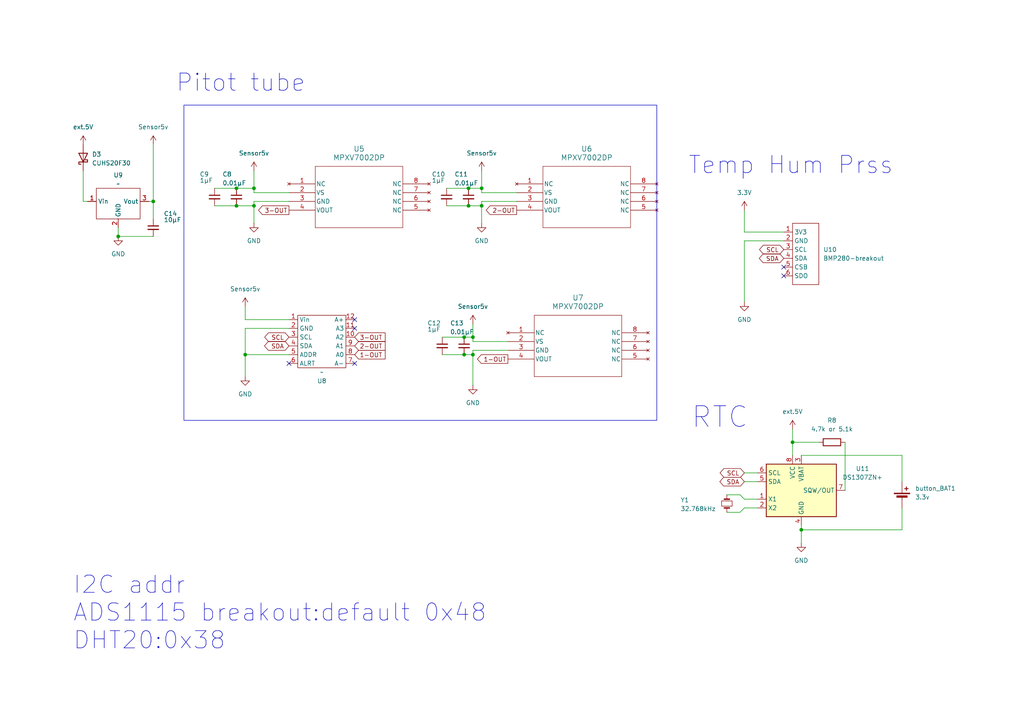
<source format=kicad_sch>
(kicad_sch
	(version 20231120)
	(generator "eeschema")
	(generator_version "8.0")
	(uuid "97c37bac-9616-43bb-96b9-48b81ede2169")
	(paper "A4")
	(lib_symbols
		(symbol "Device:Battery_Cell"
			(pin_numbers hide)
			(pin_names
				(offset 0) hide)
			(exclude_from_sim no)
			(in_bom yes)
			(on_board yes)
			(property "Reference" "button_BAT1"
				(at 3.81 3.1116 0)
				(effects
					(font
						(size 1.27 1.27)
					)
					(justify left)
				)
			)
			(property "Value" "3.3v"
				(at 3.81 0.5716 0)
				(effects
					(font
						(size 1.27 1.27)
					)
					(justify left)
				)
			)
			(property "Footprint" "snapEDA:BAT_CH291-1220LF"
				(at 0 1.524 90)
				(effects
					(font
						(size 1.27 1.27)
					)
					(hide yes)
				)
			)
			(property "Datasheet" "~"
				(at 0 1.524 90)
				(effects
					(font
						(size 1.27 1.27)
					)
					(hide yes)
				)
			)
			(property "Description" "Single-cell battery"
				(at 0 0 0)
				(effects
					(font
						(size 1.27 1.27)
					)
					(hide yes)
				)
			)
			(property "ki_keywords" "battery cell"
				(at 0 0 0)
				(effects
					(font
						(size 1.27 1.27)
					)
					(hide yes)
				)
			)
			(symbol "Battery_Cell_0_1"
				(rectangle
					(start -2.286 1.778)
					(end 2.286 1.524)
					(stroke
						(width 0)
						(type default)
					)
					(fill
						(type outline)
					)
				)
				(rectangle
					(start -1.524 1.016)
					(end 1.524 0.508)
					(stroke
						(width 0)
						(type default)
					)
					(fill
						(type outline)
					)
				)
				(polyline
					(pts
						(xy 0 0.762) (xy 0 0)
					)
					(stroke
						(width 0)
						(type default)
					)
					(fill
						(type none)
					)
				)
				(polyline
					(pts
						(xy 0 1.778) (xy 0 2.54)
					)
					(stroke
						(width 0)
						(type default)
					)
					(fill
						(type none)
					)
				)
				(polyline
					(pts
						(xy 0.762 3.048) (xy 1.778 3.048)
					)
					(stroke
						(width 0.254)
						(type default)
					)
					(fill
						(type none)
					)
				)
				(polyline
					(pts
						(xy 1.27 3.556) (xy 1.27 2.54)
					)
					(stroke
						(width 0.254)
						(type default)
					)
					(fill
						(type none)
					)
				)
			)
			(symbol "Battery_Cell_1_1"
				(pin passive line
					(at 0 5.08 270)
					(length 2.54)
					(name "+"
						(effects
							(font
								(size 1.27 1.27)
							)
						)
					)
					(number "1"
						(effects
							(font
								(size 1.27 1.27)
							)
						)
					)
				)
				(pin passive line
					(at 0 -2.54 90)
					(length 2.54)
					(name "-"
						(effects
							(font
								(size 1.27 1.27)
							)
						)
					)
					(number "2"
						(effects
							(font
								(size 1.27 1.27)
							)
						)
					)
				)
			)
		)
		(symbol "Device:C_Small"
			(pin_numbers hide)
			(pin_names
				(offset 0.254) hide)
			(exclude_from_sim no)
			(in_bom yes)
			(on_board yes)
			(property "Reference" "C"
				(at 0.254 1.778 0)
				(effects
					(font
						(size 1.27 1.27)
					)
					(justify left)
				)
			)
			(property "Value" "C_Small"
				(at 0.254 -2.032 0)
				(effects
					(font
						(size 1.27 1.27)
					)
					(justify left)
				)
			)
			(property "Footprint" ""
				(at 0 0 0)
				(effects
					(font
						(size 1.27 1.27)
					)
					(hide yes)
				)
			)
			(property "Datasheet" "~"
				(at 0 0 0)
				(effects
					(font
						(size 1.27 1.27)
					)
					(hide yes)
				)
			)
			(property "Description" "Unpolarized capacitor, small symbol"
				(at 0 0 0)
				(effects
					(font
						(size 1.27 1.27)
					)
					(hide yes)
				)
			)
			(property "ki_keywords" "capacitor cap"
				(at 0 0 0)
				(effects
					(font
						(size 1.27 1.27)
					)
					(hide yes)
				)
			)
			(property "ki_fp_filters" "C_*"
				(at 0 0 0)
				(effects
					(font
						(size 1.27 1.27)
					)
					(hide yes)
				)
			)
			(symbol "C_Small_0_1"
				(polyline
					(pts
						(xy -1.524 -0.508) (xy 1.524 -0.508)
					)
					(stroke
						(width 0.3302)
						(type default)
					)
					(fill
						(type none)
					)
				)
				(polyline
					(pts
						(xy -1.524 0.508) (xy 1.524 0.508)
					)
					(stroke
						(width 0.3048)
						(type default)
					)
					(fill
						(type none)
					)
				)
			)
			(symbol "C_Small_1_1"
				(pin passive line
					(at 0 2.54 270)
					(length 2.032)
					(name "~"
						(effects
							(font
								(size 1.27 1.27)
							)
						)
					)
					(number "1"
						(effects
							(font
								(size 1.27 1.27)
							)
						)
					)
				)
				(pin passive line
					(at 0 -2.54 90)
					(length 2.032)
					(name "~"
						(effects
							(font
								(size 1.27 1.27)
							)
						)
					)
					(number "2"
						(effects
							(font
								(size 1.27 1.27)
							)
						)
					)
				)
			)
		)
		(symbol "Device:D_Schottky"
			(pin_numbers hide)
			(pin_names
				(offset 1.016) hide)
			(exclude_from_sim no)
			(in_bom yes)
			(on_board yes)
			(property "Reference" "D"
				(at 0 2.54 0)
				(effects
					(font
						(size 1.27 1.27)
					)
				)
			)
			(property "Value" "D_Schottky"
				(at 0 -2.54 0)
				(effects
					(font
						(size 1.27 1.27)
					)
				)
			)
			(property "Footprint" ""
				(at 0 0 0)
				(effects
					(font
						(size 1.27 1.27)
					)
					(hide yes)
				)
			)
			(property "Datasheet" "~"
				(at 0 0 0)
				(effects
					(font
						(size 1.27 1.27)
					)
					(hide yes)
				)
			)
			(property "Description" "Schottky diode"
				(at 0 0 0)
				(effects
					(font
						(size 1.27 1.27)
					)
					(hide yes)
				)
			)
			(property "ki_keywords" "diode Schottky"
				(at 0 0 0)
				(effects
					(font
						(size 1.27 1.27)
					)
					(hide yes)
				)
			)
			(property "ki_fp_filters" "TO-???* *_Diode_* *SingleDiode* D_*"
				(at 0 0 0)
				(effects
					(font
						(size 1.27 1.27)
					)
					(hide yes)
				)
			)
			(symbol "D_Schottky_0_1"
				(polyline
					(pts
						(xy 1.27 0) (xy -1.27 0)
					)
					(stroke
						(width 0)
						(type default)
					)
					(fill
						(type none)
					)
				)
				(polyline
					(pts
						(xy 1.27 1.27) (xy 1.27 -1.27) (xy -1.27 0) (xy 1.27 1.27)
					)
					(stroke
						(width 0.254)
						(type default)
					)
					(fill
						(type none)
					)
				)
				(polyline
					(pts
						(xy -1.905 0.635) (xy -1.905 1.27) (xy -1.27 1.27) (xy -1.27 -1.27) (xy -0.635 -1.27) (xy -0.635 -0.635)
					)
					(stroke
						(width 0.254)
						(type default)
					)
					(fill
						(type none)
					)
				)
			)
			(symbol "D_Schottky_1_1"
				(pin passive line
					(at -3.81 0 0)
					(length 2.54)
					(name "K"
						(effects
							(font
								(size 1.27 1.27)
							)
						)
					)
					(number "1"
						(effects
							(font
								(size 1.27 1.27)
							)
						)
					)
				)
				(pin passive line
					(at 3.81 0 180)
					(length 2.54)
					(name "A"
						(effects
							(font
								(size 1.27 1.27)
							)
						)
					)
					(number "2"
						(effects
							(font
								(size 1.27 1.27)
							)
						)
					)
				)
			)
		)
		(symbol "Device:R"
			(pin_numbers hide)
			(pin_names
				(offset 0)
			)
			(exclude_from_sim no)
			(in_bom yes)
			(on_board yes)
			(property "Reference" "R"
				(at 2.032 0 90)
				(effects
					(font
						(size 1.27 1.27)
					)
				)
			)
			(property "Value" "R"
				(at 0 0 90)
				(effects
					(font
						(size 1.27 1.27)
					)
				)
			)
			(property "Footprint" ""
				(at -1.778 0 90)
				(effects
					(font
						(size 1.27 1.27)
					)
					(hide yes)
				)
			)
			(property "Datasheet" "~"
				(at 0 0 0)
				(effects
					(font
						(size 1.27 1.27)
					)
					(hide yes)
				)
			)
			(property "Description" "Resistor"
				(at 0 0 0)
				(effects
					(font
						(size 1.27 1.27)
					)
					(hide yes)
				)
			)
			(property "ki_keywords" "R res resistor"
				(at 0 0 0)
				(effects
					(font
						(size 1.27 1.27)
					)
					(hide yes)
				)
			)
			(property "ki_fp_filters" "R_*"
				(at 0 0 0)
				(effects
					(font
						(size 1.27 1.27)
					)
					(hide yes)
				)
			)
			(symbol "R_0_1"
				(rectangle
					(start -1.016 -2.54)
					(end 1.016 2.54)
					(stroke
						(width 0.254)
						(type default)
					)
					(fill
						(type none)
					)
				)
			)
			(symbol "R_1_1"
				(pin passive line
					(at 0 3.81 270)
					(length 1.27)
					(name "~"
						(effects
							(font
								(size 1.27 1.27)
							)
						)
					)
					(number "1"
						(effects
							(font
								(size 1.27 1.27)
							)
						)
					)
				)
				(pin passive line
					(at 0 -3.81 90)
					(length 1.27)
					(name "~"
						(effects
							(font
								(size 1.27 1.27)
							)
						)
					)
					(number "2"
						(effects
							(font
								(size 1.27 1.27)
							)
						)
					)
				)
			)
		)
		(symbol "SparkFun-Clock:Crystal"
			(pin_numbers hide)
			(pin_names
				(offset 1.016) hide)
			(exclude_from_sim no)
			(in_bom yes)
			(on_board yes)
			(property "Reference" "Y"
				(at 0 2.54 0)
				(effects
					(font
						(size 1.27 1.27)
					)
				)
			)
			(property "Value" "Crystal"
				(at 0 -2.54 0)
				(effects
					(font
						(size 1.27 1.27)
					)
				)
			)
			(property "Footprint" "SparkFun-Clock:CRYSTAL-SMD-2.0X1.6MM"
				(at 0 -7.62 0)
				(effects
					(font
						(size 1.27 1.27)
					)
					(hide yes)
				)
			)
			(property "Datasheet" "~"
				(at 0 -5.08 0)
				(effects
					(font
						(size 1.27 1.27)
					)
					(hide yes)
				)
			)
			(property "Description" "Crystal"
				(at 0 0 0)
				(effects
					(font
						(size 1.27 1.27)
					)
					(hide yes)
				)
			)
			(property "PROD_ID" "XTAL-"
				(at 0 -10.16 0)
				(effects
					(font
						(size 1.27 1.27)
					)
					(hide yes)
				)
			)
			(property "ki_keywords" "quartz ceramic resonator oscillator"
				(at 0 0 0)
				(effects
					(font
						(size 1.27 1.27)
					)
					(hide yes)
				)
			)
			(property "ki_fp_filters" "Crystal*"
				(at 0 0 0)
				(effects
					(font
						(size 1.27 1.27)
					)
					(hide yes)
				)
			)
			(symbol "Crystal_0_1"
				(rectangle
					(start -0.762 -1.524)
					(end 0.762 1.524)
					(stroke
						(width 0)
						(type default)
					)
					(fill
						(type none)
					)
				)
				(polyline
					(pts
						(xy -1.27 -0.762) (xy -1.27 0.762)
					)
					(stroke
						(width 0.381)
						(type default)
					)
					(fill
						(type none)
					)
				)
				(polyline
					(pts
						(xy 1.27 -0.762) (xy 1.27 0.762)
					)
					(stroke
						(width 0.381)
						(type default)
					)
					(fill
						(type none)
					)
				)
			)
			(symbol "Crystal_1_1"
				(pin passive line
					(at -2.54 0 0)
					(length 1.27)
					(name "1"
						(effects
							(font
								(size 1.27 1.27)
							)
						)
					)
					(number "1"
						(effects
							(font
								(size 1.27 1.27)
							)
						)
					)
				)
				(pin passive line
					(at 2.54 0 180)
					(length 1.27)
					(name "2"
						(effects
							(font
								(size 1.27 1.27)
							)
						)
					)
					(number "2"
						(effects
							(font
								(size 1.27 1.27)
							)
						)
					)
				)
			)
		)
		(symbol "SparkFun-PowerSymbol:3.3V"
			(power)
			(pin_names
				(offset 0)
			)
			(exclude_from_sim no)
			(in_bom yes)
			(on_board yes)
			(property "Reference" "#PWR"
				(at 0 -3.81 0)
				(effects
					(font
						(size 1.27 1.27)
					)
					(hide yes)
				)
			)
			(property "Value" "3.3V"
				(at 0 3.556 0)
				(effects
					(font
						(size 1.27 1.27)
					)
				)
			)
			(property "Footprint" ""
				(at 0 0 0)
				(effects
					(font
						(size 1.27 1.27)
					)
					(hide yes)
				)
			)
			(property "Datasheet" ""
				(at 0 0 0)
				(effects
					(font
						(size 1.27 1.27)
					)
					(hide yes)
				)
			)
			(property "Description" "Power symbol creates a global label with name \"3.3V\""
				(at 0 0 0)
				(effects
					(font
						(size 1.27 1.27)
					)
					(hide yes)
				)
			)
			(property "ki_keywords" "global power"
				(at 0 0 0)
				(effects
					(font
						(size 1.27 1.27)
					)
					(hide yes)
				)
			)
			(symbol "3.3V_0_1"
				(polyline
					(pts
						(xy -0.762 1.27) (xy 0 2.54)
					)
					(stroke
						(width 0)
						(type default)
					)
					(fill
						(type none)
					)
				)
				(polyline
					(pts
						(xy 0 0) (xy 0 2.54)
					)
					(stroke
						(width 0)
						(type default)
					)
					(fill
						(type none)
					)
				)
				(polyline
					(pts
						(xy 0 2.54) (xy 0.762 1.27)
					)
					(stroke
						(width 0)
						(type default)
					)
					(fill
						(type none)
					)
				)
			)
			(symbol "3.3V_1_1"
				(pin power_in line
					(at 0 0 90)
					(length 0) hide
					(name "3.3V"
						(effects
							(font
								(size 1.27 1.27)
							)
						)
					)
					(number "1"
						(effects
							(font
								(size 1.27 1.27)
							)
						)
					)
				)
			)
		)
		(symbol "SparkFun-PowerSymbol:5V"
			(power)
			(pin_names
				(offset 0)
			)
			(exclude_from_sim no)
			(in_bom yes)
			(on_board yes)
			(property "Reference" "#PWR"
				(at 0 -3.81 0)
				(effects
					(font
						(size 1.27 1.27)
					)
					(hide yes)
				)
			)
			(property "Value" "5V"
				(at 0 3.556 0)
				(effects
					(font
						(size 1.27 1.27)
					)
				)
			)
			(property "Footprint" ""
				(at 0 0 0)
				(effects
					(font
						(size 1.27 1.27)
					)
					(hide yes)
				)
			)
			(property "Datasheet" ""
				(at 0 0 0)
				(effects
					(font
						(size 1.27 1.27)
					)
					(hide yes)
				)
			)
			(property "Description" "Power symbol creates a global label with name \"5V\""
				(at 0 0 0)
				(effects
					(font
						(size 1.27 1.27)
					)
					(hide yes)
				)
			)
			(property "ki_keywords" "global power"
				(at 0 0 0)
				(effects
					(font
						(size 1.27 1.27)
					)
					(hide yes)
				)
			)
			(symbol "5V_0_1"
				(polyline
					(pts
						(xy -0.762 1.27) (xy 0 2.54)
					)
					(stroke
						(width 0)
						(type default)
					)
					(fill
						(type none)
					)
				)
				(polyline
					(pts
						(xy 0 0) (xy 0 2.54)
					)
					(stroke
						(width 0)
						(type default)
					)
					(fill
						(type none)
					)
				)
				(polyline
					(pts
						(xy 0 2.54) (xy 0.762 1.27)
					)
					(stroke
						(width 0)
						(type default)
					)
					(fill
						(type none)
					)
				)
			)
			(symbol "5V_1_1"
				(pin power_in line
					(at 0 0 90)
					(length 0) hide
					(name "5V"
						(effects
							(font
								(size 1.27 1.27)
							)
						)
					)
					(number "1"
						(effects
							(font
								(size 1.27 1.27)
							)
						)
					)
				)
			)
		)
		(symbol "Timer_RTC:DS1307ZN+"
			(exclude_from_sim no)
			(in_bom yes)
			(on_board yes)
			(property "Reference" "U"
				(at -8.89 8.89 0)
				(effects
					(font
						(size 1.27 1.27)
					)
				)
			)
			(property "Value" "DS1307ZN+"
				(at 1.27 8.89 0)
				(effects
					(font
						(size 1.27 1.27)
					)
					(justify left)
				)
			)
			(property "Footprint" "Package_SO:SOIC-8_3.9x4.9mm_P1.27mm"
				(at 0 -12.7 0)
				(effects
					(font
						(size 1.27 1.27)
					)
					(hide yes)
				)
			)
			(property "Datasheet" "https://datasheets.maximintegrated.com/en/ds/DS1307.pdf"
				(at 0 0 0)
				(effects
					(font
						(size 1.27 1.27)
					)
					(hide yes)
				)
			)
			(property "Description" "64 x 8, Serial, I2C Real-time clock, 4.5V to 5.5V VCC, -40°C to +85°C, SOIC-8"
				(at 0 0 0)
				(effects
					(font
						(size 1.27 1.27)
					)
					(hide yes)
				)
			)
			(property "ki_keywords" "RTC, I2C Timekeeping Chip"
				(at 0 0 0)
				(effects
					(font
						(size 1.27 1.27)
					)
					(hide yes)
				)
			)
			(property "ki_fp_filters" "SOIC*3.9x4.9mm?P1.27mm*"
				(at 0 0 0)
				(effects
					(font
						(size 1.27 1.27)
					)
					(hide yes)
				)
			)
			(symbol "DS1307ZN+_0_1"
				(rectangle
					(start -10.16 7.62)
					(end 10.16 -7.62)
					(stroke
						(width 0.254)
						(type default)
					)
					(fill
						(type background)
					)
				)
			)
			(symbol "DS1307ZN+_1_1"
				(pin input line
					(at -12.7 -2.54 0)
					(length 2.54)
					(name "X1"
						(effects
							(font
								(size 1.27 1.27)
							)
						)
					)
					(number "1"
						(effects
							(font
								(size 1.27 1.27)
							)
						)
					)
				)
				(pin input line
					(at -12.7 -5.08 0)
					(length 2.54)
					(name "X2"
						(effects
							(font
								(size 1.27 1.27)
							)
						)
					)
					(number "2"
						(effects
							(font
								(size 1.27 1.27)
							)
						)
					)
				)
				(pin power_in line
					(at 0 10.16 270)
					(length 2.54)
					(name "VBAT"
						(effects
							(font
								(size 1.27 1.27)
							)
						)
					)
					(number "3"
						(effects
							(font
								(size 1.27 1.27)
							)
						)
					)
				)
				(pin power_in line
					(at 0 -10.16 90)
					(length 2.54)
					(name "GND"
						(effects
							(font
								(size 1.27 1.27)
							)
						)
					)
					(number "4"
						(effects
							(font
								(size 1.27 1.27)
							)
						)
					)
				)
				(pin bidirectional line
					(at -12.7 2.54 0)
					(length 2.54)
					(name "SDA"
						(effects
							(font
								(size 1.27 1.27)
							)
						)
					)
					(number "5"
						(effects
							(font
								(size 1.27 1.27)
							)
						)
					)
				)
				(pin input line
					(at -12.7 5.08 0)
					(length 2.54)
					(name "SCL"
						(effects
							(font
								(size 1.27 1.27)
							)
						)
					)
					(number "6"
						(effects
							(font
								(size 1.27 1.27)
							)
						)
					)
				)
				(pin open_collector line
					(at 12.7 0 180)
					(length 2.54)
					(name "SQW/OUT"
						(effects
							(font
								(size 1.27 1.27)
							)
						)
					)
					(number "7"
						(effects
							(font
								(size 1.27 1.27)
							)
						)
					)
				)
				(pin power_in line
					(at -2.54 10.16 270)
					(length 2.54)
					(name "VCC"
						(effects
							(font
								(size 1.27 1.27)
							)
						)
					)
					(number "8"
						(effects
							(font
								(size 1.27 1.27)
							)
						)
					)
				)
			)
		)
		(symbol "X-user-sym:ADS1115"
			(exclude_from_sim no)
			(in_bom yes)
			(on_board yes)
			(property "Reference" "U"
				(at 0 1.016 0)
				(effects
					(font
						(size 1.27 1.27)
					)
				)
			)
			(property "Value" ""
				(at 0 0 0)
				(effects
					(font
						(size 1.27 1.27)
					)
				)
			)
			(property "Footprint" "user:ADS1115"
				(at 0 0 0)
				(effects
					(font
						(size 1.27 1.27)
					)
					(hide yes)
				)
			)
			(property "Datasheet" ""
				(at 0 0 0)
				(effects
					(font
						(size 1.27 1.27)
					)
					(hide yes)
				)
			)
			(property "Description" ""
				(at 0 0 0)
				(effects
					(font
						(size 1.27 1.27)
					)
					(hide yes)
				)
			)
			(symbol "ADS1115_0_1"
				(rectangle
					(start 0 6.35)
					(end 15.24 -7.62)
					(stroke
						(width 0)
						(type default)
					)
					(fill
						(type none)
					)
				)
			)
			(symbol "ADS1115_1_1"
				(pin input line
					(at 1.27 -10.16 90)
					(length 2.54)
					(name "Vin"
						(effects
							(font
								(size 1.27 1.27)
							)
						)
					)
					(number "1"
						(effects
							(font
								(size 1.27 1.27)
							)
						)
					)
				)
				(pin input line
					(at 6.35 8.89 270)
					(length 2.54)
					(name "A2"
						(effects
							(font
								(size 1.27 1.27)
							)
						)
					)
					(number "10"
						(effects
							(font
								(size 1.27 1.27)
							)
						)
					)
				)
				(pin input line
					(at 3.81 8.89 270)
					(length 2.54)
					(name "A3"
						(effects
							(font
								(size 1.27 1.27)
							)
						)
					)
					(number "11"
						(effects
							(font
								(size 1.27 1.27)
							)
						)
					)
				)
				(pin input line
					(at 1.27 8.89 270)
					(length 2.54)
					(name "A+"
						(effects
							(font
								(size 1.27 1.27)
							)
						)
					)
					(number "12"
						(effects
							(font
								(size 1.27 1.27)
							)
						)
					)
				)
				(pin input line
					(at 3.81 -10.16 90)
					(length 2.54)
					(name "GND"
						(effects
							(font
								(size 1.27 1.27)
							)
						)
					)
					(number "2"
						(effects
							(font
								(size 1.27 1.27)
							)
						)
					)
				)
				(pin bidirectional line
					(at 6.35 -10.16 90)
					(length 2.54)
					(name "SCL"
						(effects
							(font
								(size 1.27 1.27)
							)
						)
					)
					(number "3"
						(effects
							(font
								(size 1.27 1.27)
							)
						)
					)
				)
				(pin bidirectional line
					(at 8.89 -10.16 90)
					(length 2.54)
					(name "SDA"
						(effects
							(font
								(size 1.27 1.27)
							)
						)
					)
					(number "4"
						(effects
							(font
								(size 1.27 1.27)
							)
						)
					)
				)
				(pin passive line
					(at 11.43 -10.16 90)
					(length 2.54)
					(name "ADDR"
						(effects
							(font
								(size 1.27 1.27)
							)
						)
					)
					(number "5"
						(effects
							(font
								(size 1.27 1.27)
							)
						)
					)
				)
				(pin passive line
					(at 13.97 -10.16 90)
					(length 2.54)
					(name "ALRT"
						(effects
							(font
								(size 1.27 1.27)
							)
						)
					)
					(number "6"
						(effects
							(font
								(size 1.27 1.27)
							)
						)
					)
				)
				(pin input line
					(at 13.97 8.89 270)
					(length 2.54)
					(name "A-"
						(effects
							(font
								(size 1.27 1.27)
							)
						)
					)
					(number "7"
						(effects
							(font
								(size 1.27 1.27)
							)
						)
					)
				)
				(pin input line
					(at 11.43 8.89 270)
					(length 2.54)
					(name "A0"
						(effects
							(font
								(size 1.27 1.27)
							)
						)
					)
					(number "8"
						(effects
							(font
								(size 1.27 1.27)
							)
						)
					)
				)
				(pin input line
					(at 8.89 8.89 270)
					(length 2.54)
					(name "A1"
						(effects
							(font
								(size 1.27 1.27)
							)
						)
					)
					(number "9"
						(effects
							(font
								(size 1.27 1.27)
							)
						)
					)
				)
			)
		)
		(symbol "X-user-sym:BMP280-breakout"
			(exclude_from_sim no)
			(in_bom yes)
			(on_board yes)
			(property "Reference" "U"
				(at 0 3.81 0)
				(effects
					(font
						(size 1.27 1.27)
					)
				)
			)
			(property "Value" "BMP280-breakout"
				(at 0 1.27 0)
				(effects
					(font
						(size 1.27 1.27)
					)
				)
			)
			(property "Footprint" ""
				(at 0 0 0)
				(effects
					(font
						(size 1.27 1.27)
					)
					(hide yes)
				)
			)
			(property "Datasheet" ""
				(at 0 0 0)
				(effects
					(font
						(size 1.27 1.27)
					)
					(hide yes)
				)
			)
			(property "Description" ""
				(at 0 0 0)
				(effects
					(font
						(size 1.27 1.27)
					)
					(hide yes)
				)
			)
			(symbol "BMP280-breakout_0_1"
				(rectangle
					(start 0 0)
					(end 7.62 -17.78)
					(stroke
						(width 0)
						(type default)
					)
					(fill
						(type none)
					)
				)
			)
			(symbol "BMP280-breakout_1_1"
				(pin power_in line
					(at -2.54 -2.54 0)
					(length 2.54)
					(name "3V3"
						(effects
							(font
								(size 1.27 1.27)
							)
						)
					)
					(number "1"
						(effects
							(font
								(size 1.27 1.27)
							)
						)
					)
				)
				(pin power_in line
					(at -2.54 -5.08 0)
					(length 2.54)
					(name "GND"
						(effects
							(font
								(size 1.27 1.27)
							)
						)
					)
					(number "2"
						(effects
							(font
								(size 1.27 1.27)
							)
						)
					)
				)
				(pin bidirectional line
					(at -2.54 -7.62 0)
					(length 2.54)
					(name "SCL"
						(effects
							(font
								(size 1.27 1.27)
							)
						)
					)
					(number "3"
						(effects
							(font
								(size 1.27 1.27)
							)
						)
					)
				)
				(pin bidirectional line
					(at -2.54 -10.16 0)
					(length 2.54)
					(name "SDA"
						(effects
							(font
								(size 1.27 1.27)
							)
						)
					)
					(number "4"
						(effects
							(font
								(size 1.27 1.27)
							)
						)
					)
				)
				(pin bidirectional line
					(at -2.54 -12.7 0)
					(length 2.54)
					(name "CSB"
						(effects
							(font
								(size 1.27 1.27)
							)
						)
					)
					(number "5"
						(effects
							(font
								(size 1.27 1.27)
							)
						)
					)
				)
				(pin bidirectional line
					(at -2.54 -15.24 0)
					(length 2.54)
					(name "SDO"
						(effects
							(font
								(size 1.27 1.27)
							)
						)
					)
					(number "6"
						(effects
							(font
								(size 1.27 1.27)
							)
						)
					)
				)
			)
		)
		(symbol "X-user-sym:stationDCDC5v"
			(exclude_from_sim no)
			(in_bom yes)
			(on_board yes)
			(property "Reference" "U"
				(at 0 1.27 0)
				(effects
					(font
						(size 1.27 1.27)
					)
				)
			)
			(property "Value" ""
				(at 0 1.27 0)
				(effects
					(font
						(size 1.27 1.27)
					)
				)
			)
			(property "Footprint" ""
				(at 0 1.27 0)
				(effects
					(font
						(size 1.27 1.27)
					)
					(hide yes)
				)
			)
			(property "Datasheet" ""
				(at 0 1.27 0)
				(effects
					(font
						(size 1.27 1.27)
					)
					(hide yes)
				)
			)
			(property "Description" ""
				(at 0 1.27 0)
				(effects
					(font
						(size 1.27 1.27)
					)
					(hide yes)
				)
			)
			(symbol "stationDCDC5v_0_1"
				(rectangle
					(start 0 0)
					(end 12.7 -8.89)
					(stroke
						(width 0)
						(type default)
					)
					(fill
						(type none)
					)
				)
			)
			(symbol "stationDCDC5v_1_1"
				(pin power_in line
					(at -2.54 -3.81 0)
					(length 2.54)
					(name "Vin"
						(effects
							(font
								(size 1.27 1.27)
							)
						)
					)
					(number "1"
						(effects
							(font
								(size 1.27 1.27)
							)
						)
					)
				)
				(pin power_in line
					(at 6.35 -11.43 90)
					(length 2.54)
					(name "GND"
						(effects
							(font
								(size 1.27 1.27)
							)
						)
					)
					(number "2"
						(effects
							(font
								(size 1.27 1.27)
							)
						)
					)
				)
				(pin power_out line
					(at 15.24 -3.81 180)
					(length 2.54)
					(name "Vout"
						(effects
							(font
								(size 1.27 1.27)
							)
						)
					)
					(number "3"
						(effects
							(font
								(size 1.27 1.27)
							)
						)
					)
				)
			)
		)
		(symbol "digikey-MPXV7002DP:MPXV7002DP"
			(pin_names
				(offset 0.254)
			)
			(exclude_from_sim no)
			(in_bom yes)
			(on_board yes)
			(property "Reference" "U"
				(at 20.32 10.16 0)
				(effects
					(font
						(size 1.524 1.524)
					)
				)
			)
			(property "Value" "MPXV7002DP"
				(at 20.32 7.62 0)
				(effects
					(font
						(size 1.524 1.524)
					)
				)
			)
			(property "Footprint" "1351-01_NXP"
				(at 0 0 0)
				(effects
					(font
						(size 1.27 1.27)
						(italic yes)
					)
					(hide yes)
				)
			)
			(property "Datasheet" "MPXV7002DP"
				(at 0 0 0)
				(effects
					(font
						(size 1.27 1.27)
						(italic yes)
					)
					(hide yes)
				)
			)
			(property "Description" ""
				(at 0 0 0)
				(effects
					(font
						(size 1.27 1.27)
					)
					(hide yes)
				)
			)
			(property "ki_locked" ""
				(at 0 0 0)
				(effects
					(font
						(size 1.27 1.27)
					)
				)
			)
			(property "ki_keywords" "MPXV7002DP"
				(at 0 0 0)
				(effects
					(font
						(size 1.27 1.27)
					)
					(hide yes)
				)
			)
			(property "ki_fp_filters" "1351-01_NXP"
				(at 0 0 0)
				(effects
					(font
						(size 1.27 1.27)
					)
					(hide yes)
				)
			)
			(symbol "MPXV7002DP_0_1"
				(polyline
					(pts
						(xy 7.62 -12.7) (xy 33.02 -12.7)
					)
					(stroke
						(width 0.127)
						(type default)
					)
					(fill
						(type none)
					)
				)
				(polyline
					(pts
						(xy 7.62 5.08) (xy 7.62 -12.7)
					)
					(stroke
						(width 0.127)
						(type default)
					)
					(fill
						(type none)
					)
				)
				(polyline
					(pts
						(xy 33.02 -12.7) (xy 33.02 5.08)
					)
					(stroke
						(width 0.127)
						(type default)
					)
					(fill
						(type none)
					)
				)
				(polyline
					(pts
						(xy 33.02 5.08) (xy 7.62 5.08)
					)
					(stroke
						(width 0.127)
						(type default)
					)
					(fill
						(type none)
					)
				)
				(pin no_connect line
					(at 0 0 0)
					(length 7.62)
					(name "NC"
						(effects
							(font
								(size 1.27 1.27)
							)
						)
					)
					(number "1"
						(effects
							(font
								(size 1.27 1.27)
							)
						)
					)
				)
				(pin power_in line
					(at 0 -2.54 0)
					(length 7.62)
					(name "VS"
						(effects
							(font
								(size 1.27 1.27)
							)
						)
					)
					(number "2"
						(effects
							(font
								(size 1.27 1.27)
							)
						)
					)
				)
				(pin power_out line
					(at 0 -5.08 0)
					(length 7.62)
					(name "GND"
						(effects
							(font
								(size 1.27 1.27)
							)
						)
					)
					(number "3"
						(effects
							(font
								(size 1.27 1.27)
							)
						)
					)
				)
				(pin output line
					(at 0 -7.62 0)
					(length 7.62)
					(name "VOUT"
						(effects
							(font
								(size 1.27 1.27)
							)
						)
					)
					(number "4"
						(effects
							(font
								(size 1.27 1.27)
							)
						)
					)
				)
				(pin no_connect line
					(at 40.64 -7.62 180)
					(length 7.62)
					(name "NC"
						(effects
							(font
								(size 1.27 1.27)
							)
						)
					)
					(number "5"
						(effects
							(font
								(size 1.27 1.27)
							)
						)
					)
				)
				(pin no_connect line
					(at 40.64 -5.08 180)
					(length 7.62)
					(name "NC"
						(effects
							(font
								(size 1.27 1.27)
							)
						)
					)
					(number "6"
						(effects
							(font
								(size 1.27 1.27)
							)
						)
					)
				)
				(pin no_connect line
					(at 40.64 -2.54 180)
					(length 7.62)
					(name "NC"
						(effects
							(font
								(size 1.27 1.27)
							)
						)
					)
					(number "7"
						(effects
							(font
								(size 1.27 1.27)
							)
						)
					)
				)
				(pin no_connect line
					(at 40.64 0 180)
					(length 7.62)
					(name "NC"
						(effects
							(font
								(size 1.27 1.27)
							)
						)
					)
					(number "8"
						(effects
							(font
								(size 1.27 1.27)
							)
						)
					)
				)
			)
		)
		(symbol "power:GND"
			(power)
			(pin_numbers hide)
			(pin_names
				(offset 0) hide)
			(exclude_from_sim no)
			(in_bom yes)
			(on_board yes)
			(property "Reference" "#PWR"
				(at 0 -6.35 0)
				(effects
					(font
						(size 1.27 1.27)
					)
					(hide yes)
				)
			)
			(property "Value" "GND"
				(at 0 -3.81 0)
				(effects
					(font
						(size 1.27 1.27)
					)
				)
			)
			(property "Footprint" ""
				(at 0 0 0)
				(effects
					(font
						(size 1.27 1.27)
					)
					(hide yes)
				)
			)
			(property "Datasheet" ""
				(at 0 0 0)
				(effects
					(font
						(size 1.27 1.27)
					)
					(hide yes)
				)
			)
			(property "Description" "Power symbol creates a global label with name \"GND\" , ground"
				(at 0 0 0)
				(effects
					(font
						(size 1.27 1.27)
					)
					(hide yes)
				)
			)
			(property "ki_keywords" "global power"
				(at 0 0 0)
				(effects
					(font
						(size 1.27 1.27)
					)
					(hide yes)
				)
			)
			(symbol "GND_0_1"
				(polyline
					(pts
						(xy 0 0) (xy 0 -1.27) (xy 1.27 -1.27) (xy 0 -2.54) (xy -1.27 -1.27) (xy 0 -1.27)
					)
					(stroke
						(width 0)
						(type default)
					)
					(fill
						(type none)
					)
				)
			)
			(symbol "GND_1_1"
				(pin power_in line
					(at 0 0 270)
					(length 0)
					(name "~"
						(effects
							(font
								(size 1.27 1.27)
							)
						)
					)
					(number "1"
						(effects
							(font
								(size 1.27 1.27)
							)
						)
					)
				)
			)
		)
	)
	(junction
		(at 71.12 102.87)
		(diameter 0)
		(color 0 0 0 0)
		(uuid "36ba71f0-0b49-4e1f-88d6-acda78ee49e6")
	)
	(junction
		(at 134.62 102.87)
		(diameter 0)
		(color 0 0 0 0)
		(uuid "3869235a-ef15-47bd-916a-bbe6454316ee")
	)
	(junction
		(at 68.58 59.69)
		(diameter 0)
		(color 0 0 0 0)
		(uuid "39c41654-4fa7-4548-beee-32fca5de4a5e")
	)
	(junction
		(at 68.58 54.61)
		(diameter 0)
		(color 0 0 0 0)
		(uuid "4b509da6-6d74-4054-973b-bd63c63b776e")
	)
	(junction
		(at 139.7 54.61)
		(diameter 0)
		(color 0 0 0 0)
		(uuid "5706122f-445e-46b4-bb30-2337c3d065ba")
	)
	(junction
		(at 229.87 128.27)
		(diameter 0)
		(color 0 0 0 0)
		(uuid "5df63f3a-b0ea-429e-abbb-170acbbbf317")
	)
	(junction
		(at 232.41 153.67)
		(diameter 0)
		(color 0 0 0 0)
		(uuid "5fc70a2b-d322-453e-b7c9-90b337b3ddc4")
	)
	(junction
		(at 137.16 102.87)
		(diameter 0)
		(color 0 0 0 0)
		(uuid "648829df-7c34-46ab-99d6-d86eee44004c")
	)
	(junction
		(at 139.7 59.69)
		(diameter 0)
		(color 0 0 0 0)
		(uuid "91d37468-5f8f-448b-95ac-26a60b3d65a8")
	)
	(junction
		(at 137.16 97.79)
		(diameter 0)
		(color 0 0 0 0)
		(uuid "9a53b6c8-cd77-40dc-9d87-7a843ea9b564")
	)
	(junction
		(at 73.66 54.61)
		(diameter 0)
		(color 0 0 0 0)
		(uuid "9da9fb37-1b7a-4c53-b1f0-a0921b9522bd")
	)
	(junction
		(at 135.89 59.69)
		(diameter 0)
		(color 0 0 0 0)
		(uuid "af2e8bbb-f95a-4a90-a9dc-e9510b62b770")
	)
	(junction
		(at 135.89 54.61)
		(diameter 0)
		(color 0 0 0 0)
		(uuid "bc61f02d-b7f8-4684-933f-17240383e93a")
	)
	(junction
		(at 44.45 58.42)
		(diameter 0)
		(color 0 0 0 0)
		(uuid "be849994-6d47-4f22-a77a-68be8deb6641")
	)
	(junction
		(at 34.29 68.58)
		(diameter 0)
		(color 0 0 0 0)
		(uuid "d4836f39-7005-48fd-86dd-a00d7486c176")
	)
	(junction
		(at 134.62 97.79)
		(diameter 0)
		(color 0 0 0 0)
		(uuid "ddb6fca9-032d-4eb5-99af-bcff32b2434f")
	)
	(junction
		(at 73.66 59.69)
		(diameter 0)
		(color 0 0 0 0)
		(uuid "f083e481-b5c8-4c29-a910-61454704c722")
	)
	(no_connect
		(at 227.33 77.47)
		(uuid "120b5a61-8a7b-45ee-87be-360b8eb057c8")
	)
	(no_connect
		(at 102.87 105.41)
		(uuid "521521f9-0259-4fca-9aab-5df5ca904e5d")
	)
	(no_connect
		(at 102.87 92.71)
		(uuid "68dbb884-f8eb-42eb-a0a5-b1fe8fd31ab0")
	)
	(no_connect
		(at 227.33 80.01)
		(uuid "941743dc-e9f3-47fc-a31a-78b53b941a1e")
	)
	(no_connect
		(at 83.82 105.41)
		(uuid "cc8b581c-3136-47f0-9e65-b80724d033e5")
	)
	(no_connect
		(at 102.87 95.25)
		(uuid "da397c3d-35bb-4dd6-9c5c-f75fb64827bc")
	)
	(wire
		(pts
			(xy 73.66 59.69) (xy 73.66 64.77)
		)
		(stroke
			(width 0)
			(type default)
		)
		(uuid "020c86e4-6e2b-4657-a04d-406c7d3a6b0c")
	)
	(wire
		(pts
			(xy 34.29 68.58) (xy 44.45 68.58)
		)
		(stroke
			(width 0)
			(type default)
		)
		(uuid "0626420e-f2dc-4d25-8ee5-8e51c185948e")
	)
	(wire
		(pts
			(xy 71.12 88.9) (xy 71.12 92.71)
		)
		(stroke
			(width 0)
			(type default)
		)
		(uuid "30e02628-9d7d-4dc4-b7cb-b1d205fee3bf")
	)
	(wire
		(pts
			(xy 71.12 102.87) (xy 83.82 102.87)
		)
		(stroke
			(width 0)
			(type default)
		)
		(uuid "372f1a03-3389-445a-af2b-5c673f9c4150")
	)
	(wire
		(pts
			(xy 232.41 153.67) (xy 261.62 153.67)
		)
		(stroke
			(width 0)
			(type default)
		)
		(uuid "379feb5e-b75a-4360-83e7-a00b808766e7")
	)
	(wire
		(pts
			(xy 139.7 58.42) (xy 139.7 59.69)
		)
		(stroke
			(width 0)
			(type default)
		)
		(uuid "399d2ccc-8fdb-4546-a7df-91b450a6a523")
	)
	(wire
		(pts
			(xy 129.54 59.69) (xy 135.89 59.69)
		)
		(stroke
			(width 0)
			(type default)
		)
		(uuid "3aa94daf-f37e-447b-8ca9-7c22ad2910f4")
	)
	(wire
		(pts
			(xy 24.13 49.53) (xy 24.13 58.42)
		)
		(stroke
			(width 0)
			(type default)
		)
		(uuid "447402c6-4540-4805-ac1a-33653cd9a547")
	)
	(wire
		(pts
			(xy 215.9 67.31) (xy 227.33 67.31)
		)
		(stroke
			(width 0)
			(type default)
		)
		(uuid "4488064d-417b-4a2b-8c62-8bde364c309d")
	)
	(wire
		(pts
			(xy 44.45 41.91) (xy 44.45 58.42)
		)
		(stroke
			(width 0)
			(type default)
		)
		(uuid "46a56666-9bdd-472e-95d3-ead7c49b82fe")
	)
	(wire
		(pts
			(xy 43.18 58.42) (xy 44.45 58.42)
		)
		(stroke
			(width 0)
			(type default)
		)
		(uuid "4babd67f-96c4-4a90-9279-39357e0e1ac1")
	)
	(wire
		(pts
			(xy 137.16 101.6) (xy 137.16 102.87)
		)
		(stroke
			(width 0)
			(type default)
		)
		(uuid "4ef86bf3-81be-4cec-abda-43a9936ad00c")
	)
	(wire
		(pts
			(xy 129.54 54.61) (xy 135.89 54.61)
		)
		(stroke
			(width 0)
			(type default)
		)
		(uuid "55468064-8a89-4f14-b0ba-304f93d8faee")
	)
	(wire
		(pts
			(xy 62.23 54.61) (xy 68.58 54.61)
		)
		(stroke
			(width 0)
			(type default)
		)
		(uuid "5b87af60-44d5-4d44-8bff-764ead2750c1")
	)
	(wire
		(pts
			(xy 215.9 137.16) (xy 219.71 137.16)
		)
		(stroke
			(width 0)
			(type default)
		)
		(uuid "5e18db17-f95f-4eb8-96e1-853c928320c7")
	)
	(wire
		(pts
			(xy 139.7 55.88) (xy 149.86 55.88)
		)
		(stroke
			(width 0)
			(type default)
		)
		(uuid "6c4426f5-9f55-4fb1-92af-6e866ed1a877")
	)
	(wire
		(pts
			(xy 73.66 49.53) (xy 73.66 54.61)
		)
		(stroke
			(width 0)
			(type default)
		)
		(uuid "6d1c6637-f6f0-4f18-ac65-280bff00a90a")
	)
	(wire
		(pts
			(xy 139.7 58.42) (xy 149.86 58.42)
		)
		(stroke
			(width 0)
			(type default)
		)
		(uuid "7f6f3ba4-d2c7-4a11-a483-1d50ddd7c384")
	)
	(wire
		(pts
			(xy 137.16 101.6) (xy 147.32 101.6)
		)
		(stroke
			(width 0)
			(type default)
		)
		(uuid "8144aead-03fd-4d84-b378-cce687d23ec7")
	)
	(wire
		(pts
			(xy 62.23 59.69) (xy 68.58 59.69)
		)
		(stroke
			(width 0)
			(type default)
		)
		(uuid "82198f51-360b-4edf-8a35-5da7c98c2a5b")
	)
	(wire
		(pts
			(xy 215.9 144.78) (xy 219.71 144.78)
		)
		(stroke
			(width 0)
			(type default)
		)
		(uuid "83b7aae7-2424-4f74-8fa1-356f9fa727e6")
	)
	(wire
		(pts
			(xy 134.62 97.79) (xy 137.16 97.79)
		)
		(stroke
			(width 0)
			(type default)
		)
		(uuid "83bfc0d6-11d0-4ab7-9a8b-9c28657b3429")
	)
	(wire
		(pts
			(xy 34.29 66.04) (xy 34.29 68.58)
		)
		(stroke
			(width 0)
			(type default)
		)
		(uuid "8415d8c8-b973-4e66-9b3f-c755d59e0355")
	)
	(wire
		(pts
			(xy 68.58 59.69) (xy 73.66 59.69)
		)
		(stroke
			(width 0)
			(type default)
		)
		(uuid "8596a441-8ce8-4125-bc1b-1987af9e1fb1")
	)
	(wire
		(pts
			(xy 214.63 143.51) (xy 215.9 144.78)
		)
		(stroke
			(width 0)
			(type default)
		)
		(uuid "85cc9cbf-8fa0-41f2-bfa3-7020713b247b")
	)
	(wire
		(pts
			(xy 73.66 58.42) (xy 73.66 59.69)
		)
		(stroke
			(width 0)
			(type default)
		)
		(uuid "8a47808a-f87e-430b-ab44-58df5256b806")
	)
	(wire
		(pts
			(xy 73.66 54.61) (xy 73.66 55.88)
		)
		(stroke
			(width 0)
			(type default)
		)
		(uuid "8b0854f8-1098-4e25-977d-f021ea44cc84")
	)
	(wire
		(pts
			(xy 71.12 92.71) (xy 83.82 92.71)
		)
		(stroke
			(width 0)
			(type default)
		)
		(uuid "9fe06f3c-4059-4c6e-9dab-9dc68a2cd254")
	)
	(wire
		(pts
			(xy 210.82 143.51) (xy 214.63 143.51)
		)
		(stroke
			(width 0)
			(type default)
		)
		(uuid "a0a9ac5b-1033-4b63-bd21-f3c39905fdbc")
	)
	(wire
		(pts
			(xy 71.12 95.25) (xy 83.82 95.25)
		)
		(stroke
			(width 0)
			(type default)
		)
		(uuid "a115c552-996e-4d8e-9ecf-57a84fbca138")
	)
	(wire
		(pts
			(xy 232.41 153.67) (xy 232.41 157.48)
		)
		(stroke
			(width 0)
			(type default)
		)
		(uuid "a1db15bf-d0d3-45c8-b9dd-6e57c9bef832")
	)
	(wire
		(pts
			(xy 210.82 148.59) (xy 214.63 148.59)
		)
		(stroke
			(width 0)
			(type default)
		)
		(uuid "a54f1456-789f-48e3-8df9-f6a8337c591a")
	)
	(wire
		(pts
			(xy 73.66 58.42) (xy 83.82 58.42)
		)
		(stroke
			(width 0)
			(type default)
		)
		(uuid "a70a8088-db07-4c56-8f97-7dcbf944b5b9")
	)
	(wire
		(pts
			(xy 215.9 139.7) (xy 219.71 139.7)
		)
		(stroke
			(width 0)
			(type default)
		)
		(uuid "a7b95598-27f9-4d95-8387-52af0c8e9001")
	)
	(wire
		(pts
			(xy 229.87 128.27) (xy 229.87 132.08)
		)
		(stroke
			(width 0)
			(type default)
		)
		(uuid "b1fc0ac1-ce77-476c-a631-6e72abe6e7c1")
	)
	(wire
		(pts
			(xy 137.16 102.87) (xy 137.16 111.76)
		)
		(stroke
			(width 0)
			(type default)
		)
		(uuid "bac8e324-2532-4b91-b3c7-b64df75cfe5e")
	)
	(wire
		(pts
			(xy 261.62 147.32) (xy 261.62 153.67)
		)
		(stroke
			(width 0)
			(type default)
		)
		(uuid "bb472aee-a8b4-4e8a-9497-cdeff143e4ad")
	)
	(wire
		(pts
			(xy 232.41 132.08) (xy 261.62 132.08)
		)
		(stroke
			(width 0)
			(type default)
		)
		(uuid "befe9e68-f9cd-4a3e-a648-3e05cae13a8e")
	)
	(wire
		(pts
			(xy 232.41 152.4) (xy 232.41 153.67)
		)
		(stroke
			(width 0)
			(type default)
		)
		(uuid "c01e1866-f6a6-4813-8046-8f0d88cea626")
	)
	(wire
		(pts
			(xy 137.16 97.79) (xy 137.16 99.06)
		)
		(stroke
			(width 0)
			(type default)
		)
		(uuid "c23073d7-96d4-4b95-bd7b-da6b1f51a95c")
	)
	(wire
		(pts
			(xy 44.45 58.42) (xy 44.45 63.5)
		)
		(stroke
			(width 0)
			(type default)
		)
		(uuid "c639274c-8c1c-459b-be79-e2854d830a3a")
	)
	(wire
		(pts
			(xy 71.12 102.87) (xy 71.12 109.22)
		)
		(stroke
			(width 0)
			(type default)
		)
		(uuid "c6413db9-4acc-49f3-8c0e-202165ceb568")
	)
	(wire
		(pts
			(xy 71.12 95.25) (xy 71.12 102.87)
		)
		(stroke
			(width 0)
			(type default)
		)
		(uuid "c6b26c0f-1577-4075-a344-3a811a7d500b")
	)
	(wire
		(pts
			(xy 261.62 132.08) (xy 261.62 139.7)
		)
		(stroke
			(width 0)
			(type default)
		)
		(uuid "c80b0525-2f54-4775-b0a3-e1498080206e")
	)
	(wire
		(pts
			(xy 215.9 69.85) (xy 227.33 69.85)
		)
		(stroke
			(width 0)
			(type default)
		)
		(uuid "c88db80c-9e9c-4b1f-ac51-88e982623bbc")
	)
	(wire
		(pts
			(xy 73.66 55.88) (xy 83.82 55.88)
		)
		(stroke
			(width 0)
			(type default)
		)
		(uuid "cb562508-73fc-4f8d-96fb-cabeaa779891")
	)
	(wire
		(pts
			(xy 68.58 54.61) (xy 73.66 54.61)
		)
		(stroke
			(width 0)
			(type default)
		)
		(uuid "cea31d2b-4322-46c0-a56d-cc7c1f228cfc")
	)
	(wire
		(pts
			(xy 215.9 60.96) (xy 215.9 67.31)
		)
		(stroke
			(width 0)
			(type default)
		)
		(uuid "d24f25e2-73ac-422c-a75d-01e808840c66")
	)
	(wire
		(pts
			(xy 215.9 147.32) (xy 214.63 148.59)
		)
		(stroke
			(width 0)
			(type default)
		)
		(uuid "d55ce56a-4f47-4ec1-b7e0-723a02b9c596")
	)
	(wire
		(pts
			(xy 137.16 99.06) (xy 147.32 99.06)
		)
		(stroke
			(width 0)
			(type default)
		)
		(uuid "d5b7d354-2323-49b9-90de-b2d9ea5bf8b4")
	)
	(wire
		(pts
			(xy 139.7 59.69) (xy 139.7 64.77)
		)
		(stroke
			(width 0)
			(type default)
		)
		(uuid "d6f1e1de-aaf2-4298-a00b-89f5cfa26f02")
	)
	(wire
		(pts
			(xy 215.9 147.32) (xy 219.71 147.32)
		)
		(stroke
			(width 0)
			(type default)
		)
		(uuid "d8084677-32f9-4aa2-ba55-f3b2233ebac1")
	)
	(wire
		(pts
			(xy 128.27 102.87) (xy 134.62 102.87)
		)
		(stroke
			(width 0)
			(type default)
		)
		(uuid "ddf1deec-2d5f-48f9-be9c-fd51811f1e94")
	)
	(wire
		(pts
			(xy 134.62 102.87) (xy 137.16 102.87)
		)
		(stroke
			(width 0)
			(type default)
		)
		(uuid "e1ec61fc-c28a-498f-b93b-6c4533361486")
	)
	(wire
		(pts
			(xy 229.87 128.27) (xy 237.49 128.27)
		)
		(stroke
			(width 0)
			(type default)
		)
		(uuid "ea1630b6-c13d-4971-8e21-227095155357")
	)
	(wire
		(pts
			(xy 135.89 59.69) (xy 139.7 59.69)
		)
		(stroke
			(width 0)
			(type default)
		)
		(uuid "ec604b8e-f6c9-4023-994d-324d4d6496d2")
	)
	(wire
		(pts
			(xy 24.13 58.42) (xy 25.4 58.42)
		)
		(stroke
			(width 0)
			(type default)
		)
		(uuid "f1e4036a-ce1d-4bd2-8742-2c9864239701")
	)
	(wire
		(pts
			(xy 135.89 54.61) (xy 139.7 54.61)
		)
		(stroke
			(width 0)
			(type default)
		)
		(uuid "f2e5760a-deb0-4c81-a571-e22774a77410")
	)
	(wire
		(pts
			(xy 139.7 49.53) (xy 139.7 54.61)
		)
		(stroke
			(width 0)
			(type default)
		)
		(uuid "f6648776-7329-497f-bbb6-2fa6ce7e381b")
	)
	(wire
		(pts
			(xy 245.11 128.27) (xy 245.11 142.24)
		)
		(stroke
			(width 0)
			(type default)
		)
		(uuid "f86d585b-46c7-40e1-bb01-ed194022a91c")
	)
	(wire
		(pts
			(xy 128.27 97.79) (xy 134.62 97.79)
		)
		(stroke
			(width 0)
			(type default)
		)
		(uuid "f88a29fe-9c51-402b-875b-e5acbb89d427")
	)
	(wire
		(pts
			(xy 229.87 124.46) (xy 229.87 128.27)
		)
		(stroke
			(width 0)
			(type default)
		)
		(uuid "faec81c4-989e-4557-a8aa-fc745bc4071d")
	)
	(wire
		(pts
			(xy 215.9 69.85) (xy 215.9 87.63)
		)
		(stroke
			(width 0)
			(type default)
		)
		(uuid "fc05e158-b3ac-40db-b34d-85dea1a63895")
	)
	(wire
		(pts
			(xy 139.7 54.61) (xy 139.7 55.88)
		)
		(stroke
			(width 0)
			(type default)
		)
		(uuid "fcf2118a-b933-4e5f-acee-a2cfece56d8e")
	)
	(wire
		(pts
			(xy 137.16 93.98) (xy 137.16 97.79)
		)
		(stroke
			(width 0)
			(type default)
		)
		(uuid "fd403345-1fb0-4bed-ba2e-ab1c12c1c5a5")
	)
	(rectangle
		(start 53.34 30.48)
		(end 190.5 121.92)
		(stroke
			(width 0)
			(type default)
		)
		(fill
			(type none)
		)
		(uuid ae97f60b-956b-4bf6-84f6-4788249909e5)
	)
	(text "RTC"
		(exclude_from_sim no)
		(at 208.788 121.158 0)
		(effects
			(font
				(size 6 6)
			)
		)
		(uuid "27b5be52-6cbc-4626-9ef8-4db40fd63787")
	)
	(text "https://electronicwork.shop/items/6228175c9a70620780029691"
		(exclude_from_sim no)
		(at -136.652 58.42 0)
		(effects
			(font
				(size 5 5)
			)
		)
		(uuid "691e1aa7-b701-4bf9-8ede-70959a7cfd9a")
	)
	(text "Temp Hum Prss"
		(exclude_from_sim no)
		(at 229.362 48.006 0)
		(effects
			(font
				(size 5 5)
			)
		)
		(uuid "81a611b4-8be8-410d-9488-acc2d86a143b")
	)
	(text "Pitot tube"
		(exclude_from_sim no)
		(at 69.85 24.13 0)
		(effects
			(font
				(size 5 5)
			)
		)
		(uuid "c4d1e0ce-2773-43c1-aed5-8779afebdb24")
	)
	(text "I2C addr\nADS1115 breakout:default 0x48\nDHT20:0x38"
		(exclude_from_sim no)
		(at 21.082 177.8 0)
		(effects
			(font
				(size 5 5)
			)
			(justify left)
		)
		(uuid "eb3eb485-848e-44a5-a9cb-c425775d4c3f")
	)
	(global_label "3-OUT"
		(shape input)
		(at 102.87 97.79 0)
		(fields_autoplaced yes)
		(effects
			(font
				(size 1.27 1.27)
			)
			(justify left)
		)
		(uuid "00c9383e-0853-4cc8-8a36-ef62f3f58305")
		(property "Intersheetrefs" "${INTERSHEET_REFS}"
			(at 112.2657 97.79 0)
			(effects
				(font
					(size 1.27 1.27)
				)
				(justify left)
				(hide yes)
			)
		)
	)
	(global_label "3-OUT"
		(shape output)
		(at 83.82 60.96 180)
		(fields_autoplaced yes)
		(effects
			(font
				(size 1.27 1.27)
			)
			(justify right)
		)
		(uuid "0562773e-ab1e-416e-ab3b-a14f5bce3d86")
		(property "Intersheetrefs" "${INTERSHEET_REFS}"
			(at 74.4243 60.96 0)
			(effects
				(font
					(size 1.27 1.27)
				)
				(justify right)
				(hide yes)
			)
		)
	)
	(global_label "SCL"
		(shape bidirectional)
		(at 83.82 97.79 180)
		(fields_autoplaced yes)
		(effects
			(font
				(size 1.27 1.27)
			)
			(justify right)
		)
		(uuid "1aff7510-d777-4b5c-9051-740c99202dcb")
		(property "Intersheetrefs" "${INTERSHEET_REFS}"
			(at 76.2159 97.79 0)
			(effects
				(font
					(size 1.27 1.27)
				)
				(justify right)
				(hide yes)
			)
		)
	)
	(global_label "SCL"
		(shape bidirectional)
		(at 215.9 137.16 180)
		(fields_autoplaced yes)
		(effects
			(font
				(size 1.27 1.27)
			)
			(justify right)
		)
		(uuid "3f5d87be-8cce-4cd2-a44a-c72cf8825c1c")
		(property "Intersheetrefs" "${INTERSHEET_REFS}"
			(at 208.2959 137.16 0)
			(effects
				(font
					(size 1.27 1.27)
				)
				(justify right)
				(hide yes)
			)
		)
	)
	(global_label "1-OUT"
		(shape output)
		(at 147.32 104.14 180)
		(fields_autoplaced yes)
		(effects
			(font
				(size 1.27 1.27)
			)
			(justify right)
		)
		(uuid "4e615d78-d560-49e5-bdd5-e8f5c07958e1")
		(property "Intersheetrefs" "${INTERSHEET_REFS}"
			(at 137.9243 104.14 0)
			(effects
				(font
					(size 1.27 1.27)
				)
				(justify right)
				(hide yes)
			)
		)
	)
	(global_label "SCL"
		(shape bidirectional)
		(at 227.33 72.39 180)
		(fields_autoplaced yes)
		(effects
			(font
				(size 1.27 1.27)
			)
			(justify right)
		)
		(uuid "67bdfc9f-b5d8-4ad4-a6ec-666b312d1e2a")
		(property "Intersheetrefs" "${INTERSHEET_REFS}"
			(at 219.7259 72.39 0)
			(effects
				(font
					(size 1.27 1.27)
				)
				(justify right)
				(hide yes)
			)
		)
	)
	(global_label "1-OUT"
		(shape input)
		(at 102.87 102.87 0)
		(fields_autoplaced yes)
		(effects
			(font
				(size 1.27 1.27)
			)
			(justify left)
		)
		(uuid "891ec051-bbb9-40d1-b147-92353c111416")
		(property "Intersheetrefs" "${INTERSHEET_REFS}"
			(at 112.2657 102.87 0)
			(effects
				(font
					(size 1.27 1.27)
				)
				(justify left)
				(hide yes)
			)
		)
	)
	(global_label "SDA"
		(shape bidirectional)
		(at 83.82 100.33 180)
		(fields_autoplaced yes)
		(effects
			(font
				(size 1.27 1.27)
			)
			(justify right)
		)
		(uuid "9d065379-5937-45c0-a764-4ec51096400c")
		(property "Intersheetrefs" "${INTERSHEET_REFS}"
			(at 76.1554 100.33 0)
			(effects
				(font
					(size 1.27 1.27)
				)
				(justify right)
				(hide yes)
			)
		)
	)
	(global_label "SDA"
		(shape bidirectional)
		(at 227.33 74.93 180)
		(fields_autoplaced yes)
		(effects
			(font
				(size 1.27 1.27)
			)
			(justify right)
		)
		(uuid "9d974272-19cb-4e9b-8d09-b2e336ce4291")
		(property "Intersheetrefs" "${INTERSHEET_REFS}"
			(at 219.6654 74.93 0)
			(effects
				(font
					(size 1.27 1.27)
				)
				(justify right)
				(hide yes)
			)
		)
	)
	(global_label "2-OUT"
		(shape input)
		(at 102.87 100.33 0)
		(fields_autoplaced yes)
		(effects
			(font
				(size 1.27 1.27)
			)
			(justify left)
		)
		(uuid "b99ce64b-eb21-44e3-a786-0dc918fbb546")
		(property "Intersheetrefs" "${INTERSHEET_REFS}"
			(at 112.2657 100.33 0)
			(effects
				(font
					(size 1.27 1.27)
				)
				(justify left)
				(hide yes)
			)
		)
	)
	(global_label "2-OUT"
		(shape output)
		(at 149.86 60.96 180)
		(fields_autoplaced yes)
		(effects
			(font
				(size 1.27 1.27)
			)
			(justify right)
		)
		(uuid "bc62e3ad-cc13-4718-b0bf-6f114acf9e84")
		(property "Intersheetrefs" "${INTERSHEET_REFS}"
			(at 140.4643 60.96 0)
			(effects
				(font
					(size 1.27 1.27)
				)
				(justify right)
				(hide yes)
			)
		)
	)
	(global_label "SDA"
		(shape bidirectional)
		(at 215.9 139.7 180)
		(fields_autoplaced yes)
		(effects
			(font
				(size 1.27 1.27)
			)
			(justify right)
		)
		(uuid "e13c9717-963e-414a-a392-42939bb8c646")
		(property "Intersheetrefs" "${INTERSHEET_REFS}"
			(at 208.2354 139.7 0)
			(effects
				(font
					(size 1.27 1.27)
				)
				(justify right)
				(hide yes)
			)
		)
	)
	(symbol
		(lib_id "X-user-sym:BMP280-breakout")
		(at 229.87 64.77 0)
		(unit 1)
		(exclude_from_sim no)
		(in_bom yes)
		(on_board yes)
		(dnp no)
		(fields_autoplaced yes)
		(uuid "0831ed22-c5c0-4218-bee0-c8e0ec44f56b")
		(property "Reference" "U10"
			(at 238.76 72.3899 0)
			(effects
				(font
					(size 1.27 1.27)
				)
				(justify left)
			)
		)
		(property "Value" "BMP280-breakout"
			(at 238.76 74.9299 0)
			(effects
				(font
					(size 1.27 1.27)
				)
				(justify left)
			)
		)
		(property "Footprint" "user:BMP280-breakout"
			(at 229.87 64.77 0)
			(effects
				(font
					(size 1.27 1.27)
				)
				(hide yes)
			)
		)
		(property "Datasheet" ""
			(at 229.87 64.77 0)
			(effects
				(font
					(size 1.27 1.27)
				)
				(hide yes)
			)
		)
		(property "Description" ""
			(at 229.87 64.77 0)
			(effects
				(font
					(size 1.27 1.27)
				)
				(hide yes)
			)
		)
		(pin "2"
			(uuid "3706a6b3-ea57-4696-a7f2-99ec3351e3c8")
		)
		(pin "3"
			(uuid "aa876c37-b265-4481-bc1e-0e5ca4b05604")
		)
		(pin "4"
			(uuid "a2fa91cd-f134-47e0-8201-a62370524e81")
		)
		(pin "5"
			(uuid "fc7a9cd3-c365-4cfc-9b67-b2b9a29a6b11")
		)
		(pin "6"
			(uuid "14222d33-f76a-474e-92b6-2f551fabfdfb")
		)
		(pin "1"
			(uuid "73a41691-7f69-417e-ad4d-1fad5aeaec0e")
		)
		(instances
			(project "AirDataCenter"
				(path "/63adafef-d556-46d1-ae91-e24e778e6981/f5e1cb5e-778c-43eb-a6aa-11e00c22d42c"
					(reference "U10")
					(unit 1)
				)
			)
		)
	)
	(symbol
		(lib_id "power:GND")
		(at 137.16 111.76 0)
		(unit 1)
		(exclude_from_sim no)
		(in_bom yes)
		(on_board yes)
		(dnp no)
		(fields_autoplaced yes)
		(uuid "13a524d8-ba99-421a-a9cd-c3407fba4303")
		(property "Reference" "#PWR025"
			(at 137.16 118.11 0)
			(effects
				(font
					(size 1.27 1.27)
				)
				(hide yes)
			)
		)
		(property "Value" "GND"
			(at 137.16 116.84 0)
			(effects
				(font
					(size 1.27 1.27)
				)
			)
		)
		(property "Footprint" ""
			(at 137.16 111.76 0)
			(effects
				(font
					(size 1.27 1.27)
				)
				(hide yes)
			)
		)
		(property "Datasheet" ""
			(at 137.16 111.76 0)
			(effects
				(font
					(size 1.27 1.27)
				)
				(hide yes)
			)
		)
		(property "Description" "Power symbol creates a global label with name \"GND\" , ground"
			(at 137.16 111.76 0)
			(effects
				(font
					(size 1.27 1.27)
				)
				(hide yes)
			)
		)
		(pin "1"
			(uuid "da980723-8f4d-45ac-b7aa-c83b59382fd6")
		)
		(instances
			(project "AirDataCenter"
				(path "/63adafef-d556-46d1-ae91-e24e778e6981/f5e1cb5e-778c-43eb-a6aa-11e00c22d42c"
					(reference "#PWR025")
					(unit 1)
				)
			)
		)
	)
	(symbol
		(lib_id "SparkFun-Clock:Crystal")
		(at 210.82 146.05 90)
		(unit 1)
		(exclude_from_sim no)
		(in_bom yes)
		(on_board yes)
		(dnp no)
		(uuid "15d7033a-6f2e-4a70-b944-918d355c913d")
		(property "Reference" "Y1"
			(at 197.358 145.034 90)
			(effects
				(font
					(size 1.27 1.27)
				)
				(justify right)
			)
		)
		(property "Value" "32.768kHz"
			(at 197.358 147.574 90)
			(effects
				(font
					(size 1.27 1.27)
				)
				(justify right)
			)
		)
		(property "Footprint" "Crystal:Crystal_SMD_5032-2Pin_5.0x3.2mm"
			(at 218.44 146.05 0)
			(effects
				(font
					(size 1.27 1.27)
				)
				(hide yes)
			)
		)
		(property "Datasheet" "~"
			(at 215.9 146.05 0)
			(effects
				(font
					(size 1.27 1.27)
				)
				(hide yes)
			)
		)
		(property "Description" "Crystal"
			(at 210.82 146.05 0)
			(effects
				(font
					(size 1.27 1.27)
				)
				(hide yes)
			)
		)
		(property "PROD_ID" "XTAL-"
			(at 220.98 146.05 0)
			(effects
				(font
					(size 1.27 1.27)
				)
				(hide yes)
			)
		)
		(pin "1"
			(uuid "aedbe5c0-83b5-4e64-8d62-34229381fdb3")
		)
		(pin "2"
			(uuid "495fafdc-1c9f-4ae9-a6b5-d166caa13642")
		)
		(instances
			(project "AirDataCenter"
				(path "/63adafef-d556-46d1-ae91-e24e778e6981/f5e1cb5e-778c-43eb-a6aa-11e00c22d42c"
					(reference "Y1")
					(unit 1)
				)
			)
		)
	)
	(symbol
		(lib_id "Device:C_Small")
		(at 62.23 57.15 0)
		(unit 1)
		(exclude_from_sim no)
		(in_bom yes)
		(on_board yes)
		(dnp no)
		(uuid "1818dead-a552-49b4-9fce-25ffbebb80b7")
		(property "Reference" "C9"
			(at 57.912 50.546 0)
			(effects
				(font
					(size 1.27 1.27)
				)
				(justify left)
			)
		)
		(property "Value" "1μF"
			(at 57.912 52.324 0)
			(effects
				(font
					(size 1.27 1.27)
				)
				(justify left)
			)
		)
		(property "Footprint" "Capacitor_SMD:C_0603_1608Metric_Pad1.08x0.95mm_HandSolder"
			(at 62.23 57.15 0)
			(effects
				(font
					(size 1.27 1.27)
				)
				(hide yes)
			)
		)
		(property "Datasheet" "~"
			(at 62.23 57.15 0)
			(effects
				(font
					(size 1.27 1.27)
				)
				(hide yes)
			)
		)
		(property "Description" "Unpolarized capacitor, small symbol"
			(at 62.23 57.15 0)
			(effects
				(font
					(size 1.27 1.27)
				)
				(hide yes)
			)
		)
		(pin "1"
			(uuid "baa4a431-b061-4af6-b4fb-29baf3125921")
		)
		(pin "2"
			(uuid "d418dd83-ccc8-4021-bb8b-830198242820")
		)
		(instances
			(project "AirDataCenter"
				(path "/63adafef-d556-46d1-ae91-e24e778e6981/f5e1cb5e-778c-43eb-a6aa-11e00c22d42c"
					(reference "C9")
					(unit 1)
				)
			)
		)
	)
	(symbol
		(lib_id "Device:C_Small")
		(at 135.89 57.15 0)
		(unit 1)
		(exclude_from_sim no)
		(in_bom yes)
		(on_board yes)
		(dnp no)
		(uuid "18720dd5-534b-480a-bcbc-539802b0037d")
		(property "Reference" "C11"
			(at 131.826 50.546 0)
			(effects
				(font
					(size 1.27 1.27)
				)
				(justify left)
			)
		)
		(property "Value" "0.01μF"
			(at 131.826 53.086 0)
			(effects
				(font
					(size 1.27 1.27)
				)
				(justify left)
			)
		)
		(property "Footprint" "Capacitor_SMD:C_0603_1608Metric_Pad1.08x0.95mm_HandSolder"
			(at 135.89 57.15 0)
			(effects
				(font
					(size 1.27 1.27)
				)
				(hide yes)
			)
		)
		(property "Datasheet" "~"
			(at 135.89 57.15 0)
			(effects
				(font
					(size 1.27 1.27)
				)
				(hide yes)
			)
		)
		(property "Description" "Unpolarized capacitor, small symbol"
			(at 135.89 57.15 0)
			(effects
				(font
					(size 1.27 1.27)
				)
				(hide yes)
			)
		)
		(pin "1"
			(uuid "b3cf5348-2fc5-404c-90e2-cc20ba0bebdf")
		)
		(pin "2"
			(uuid "80fa715d-40cb-4fb0-9f44-5e0f07c9835b")
		)
		(instances
			(project "AirDataCenter"
				(path "/63adafef-d556-46d1-ae91-e24e778e6981/f5e1cb5e-778c-43eb-a6aa-11e00c22d42c"
					(reference "C11")
					(unit 1)
				)
			)
		)
	)
	(symbol
		(lib_id "Timer_RTC:DS1307ZN+")
		(at 232.41 142.24 0)
		(unit 1)
		(exclude_from_sim no)
		(in_bom yes)
		(on_board yes)
		(dnp no)
		(fields_autoplaced yes)
		(uuid "1d3eef00-3f12-4887-8589-ee9ddc2de29a")
		(property "Reference" "U11"
			(at 250.19 135.9214 0)
			(effects
				(font
					(size 1.27 1.27)
				)
			)
		)
		(property "Value" "DS1307ZN+"
			(at 250.19 138.4614 0)
			(effects
				(font
					(size 1.27 1.27)
				)
			)
		)
		(property "Footprint" "Package_SO:SOIC-8_3.9x4.9mm_P1.27mm"
			(at 232.41 154.94 0)
			(effects
				(font
					(size 1.27 1.27)
				)
				(hide yes)
			)
		)
		(property "Datasheet" "https://datasheets.maximintegrated.com/en/ds/DS1307.pdf"
			(at 232.41 142.24 0)
			(effects
				(font
					(size 1.27 1.27)
				)
				(hide yes)
			)
		)
		(property "Description" "64 x 8, Serial, I2C Real-time clock, 4.5V to 5.5V VCC, -40°C to +85°C, SOIC-8"
			(at 232.41 142.24 0)
			(effects
				(font
					(size 1.27 1.27)
				)
				(hide yes)
			)
		)
		(pin "3"
			(uuid "31079338-7388-4237-be54-6e28daf27a76")
		)
		(pin "5"
			(uuid "cb6d0d4d-5e49-4eea-9f4d-2fbe8da0d294")
		)
		(pin "6"
			(uuid "4ad54eb8-a709-447c-99af-e0723da318cd")
		)
		(pin "8"
			(uuid "5da2c23a-7298-4449-88df-be12e8851201")
		)
		(pin "2"
			(uuid "2ecc045f-f051-413f-9e3f-9241103c9cc0")
		)
		(pin "4"
			(uuid "f0076de9-a6a5-437a-97c0-b74f7f12c05b")
		)
		(pin "7"
			(uuid "23b9e1bb-f443-4db2-8467-7e6bee65aa38")
		)
		(pin "1"
			(uuid "f4b26c32-b7fe-4dfe-a78d-9170ce3d85d5")
		)
		(instances
			(project "AirDataCenter"
				(path "/63adafef-d556-46d1-ae91-e24e778e6981/f5e1cb5e-778c-43eb-a6aa-11e00c22d42c"
					(reference "U11")
					(unit 1)
				)
			)
		)
	)
	(symbol
		(lib_id "SparkFun-PowerSymbol:5V")
		(at 71.12 88.9 0)
		(unit 1)
		(exclude_from_sim no)
		(in_bom yes)
		(on_board yes)
		(dnp no)
		(fields_autoplaced yes)
		(uuid "248dcf35-cb31-435a-a0c3-e02a3730b4c4")
		(property "Reference" "#Sensor5v05"
			(at 71.12 92.71 0)
			(effects
				(font
					(size 1.27 1.27)
				)
				(hide yes)
			)
		)
		(property "Value" "Sensor5v"
			(at 71.12 83.82 0)
			(effects
				(font
					(size 1.27 1.27)
				)
			)
		)
		(property "Footprint" ""
			(at 71.12 88.9 0)
			(effects
				(font
					(size 1.27 1.27)
				)
				(hide yes)
			)
		)
		(property "Datasheet" ""
			(at 71.12 88.9 0)
			(effects
				(font
					(size 1.27 1.27)
				)
				(hide yes)
			)
		)
		(property "Description" "Power symbol creates a global label with name \"5V\""
			(at 71.12 88.9 0)
			(effects
				(font
					(size 1.27 1.27)
				)
				(hide yes)
			)
		)
		(pin "1"
			(uuid "ecd71a37-7765-4b35-990f-ea6c191a178b")
		)
		(instances
			(project "AirDataCenter"
				(path "/63adafef-d556-46d1-ae91-e24e778e6981/f5e1cb5e-778c-43eb-a6aa-11e00c22d42c"
					(reference "#Sensor5v05")
					(unit 1)
				)
			)
		)
	)
	(symbol
		(lib_id "digikey-MPXV7002DP:MPXV7002DP")
		(at 147.32 96.52 0)
		(unit 1)
		(exclude_from_sim no)
		(in_bom yes)
		(on_board yes)
		(dnp no)
		(fields_autoplaced yes)
		(uuid "25209cf8-bb94-4b36-9dfe-fa956118c91c")
		(property "Reference" "U7"
			(at 167.64 86.36 0)
			(effects
				(font
					(size 1.524 1.524)
				)
			)
		)
		(property "Value" "MPXV7002DP"
			(at 167.64 88.9 0)
			(effects
				(font
					(size 1.524 1.524)
				)
			)
		)
		(property "Footprint" "digikey-MPXV7002DP:MPXV7002DP"
			(at 147.32 96.52 0)
			(effects
				(font
					(size 1.27 1.27)
					(italic yes)
				)
				(hide yes)
			)
		)
		(property "Datasheet" "MPXV7002DP"
			(at 147.32 96.52 0)
			(effects
				(font
					(size 1.27 1.27)
					(italic yes)
				)
				(hide yes)
			)
		)
		(property "Description" ""
			(at 147.32 96.52 0)
			(effects
				(font
					(size 1.27 1.27)
				)
				(hide yes)
			)
		)
		(pin "3"
			(uuid "fcf36a64-2447-4685-a9d7-a86553c51a8f")
		)
		(pin "2"
			(uuid "2a5542b9-4276-4e2c-8d39-e3df3b2baae6")
		)
		(pin "4"
			(uuid "a9bfec9c-8996-4db2-8241-a2eb01ce8b97")
		)
		(pin "5"
			(uuid "535506c6-9484-4781-b76f-927849cbff1f")
		)
		(pin "8"
			(uuid "94d24b8d-8934-4a6e-9310-12f67787186a")
		)
		(pin "6"
			(uuid "88140f0f-2c52-4ec2-aa54-8ed33be6f8c9")
		)
		(pin "1"
			(uuid "75a597ba-99ac-40dc-a723-c1d62fa87531")
		)
		(pin "7"
			(uuid "81fe7118-278c-493b-9286-dae4f277d764")
		)
		(instances
			(project "AirDataCenter"
				(path "/63adafef-d556-46d1-ae91-e24e778e6981/f5e1cb5e-778c-43eb-a6aa-11e00c22d42c"
					(reference "U7")
					(unit 1)
				)
			)
		)
	)
	(symbol
		(lib_id "digikey-MPXV7002DP:MPXV7002DP")
		(at 149.86 53.34 0)
		(unit 1)
		(exclude_from_sim no)
		(in_bom yes)
		(on_board yes)
		(dnp no)
		(fields_autoplaced yes)
		(uuid "34c5acd3-39c8-474c-821c-44c04e9015c4")
		(property "Reference" "U6"
			(at 170.18 43.18 0)
			(effects
				(font
					(size 1.524 1.524)
				)
			)
		)
		(property "Value" "MPXV7002DP"
			(at 170.18 45.72 0)
			(effects
				(font
					(size 1.524 1.524)
				)
			)
		)
		(property "Footprint" "digikey-MPXV7002DP:MPXV7002DP"
			(at 149.86 53.34 0)
			(effects
				(font
					(size 1.27 1.27)
					(italic yes)
				)
				(hide yes)
			)
		)
		(property "Datasheet" "MPXV7002DP"
			(at 149.86 53.34 0)
			(effects
				(font
					(size 1.27 1.27)
					(italic yes)
				)
				(hide yes)
			)
		)
		(property "Description" ""
			(at 149.86 53.34 0)
			(effects
				(font
					(size 1.27 1.27)
				)
				(hide yes)
			)
		)
		(pin "3"
			(uuid "ff92fb54-541b-425f-b8d5-bec9e026c6de")
		)
		(pin "2"
			(uuid "a05d83fc-29b1-4b84-b27d-d833ab2b05c2")
		)
		(pin "4"
			(uuid "b14f9ee5-8239-40a0-b7bb-0e8c1bf57e1b")
		)
		(pin "5"
			(uuid "1aa0eb5d-ffd6-420c-88b6-1ca8e68856d3")
		)
		(pin "8"
			(uuid "555270a4-9ceb-4f06-85c3-02b9a4ab97f9")
		)
		(pin "6"
			(uuid "64c14bc0-0519-4d03-844a-92d927406f23")
		)
		(pin "1"
			(uuid "58b7e627-2f8b-4338-926f-04fcebce8646")
		)
		(pin "7"
			(uuid "a90cc6f3-315b-41ad-9d08-f7a283a935d1")
		)
		(instances
			(project "AirDataCenter"
				(path "/63adafef-d556-46d1-ae91-e24e778e6981/f5e1cb5e-778c-43eb-a6aa-11e00c22d42c"
					(reference "U6")
					(unit 1)
				)
			)
		)
	)
	(symbol
		(lib_id "Device:C_Small")
		(at 134.62 100.33 0)
		(unit 1)
		(exclude_from_sim no)
		(in_bom yes)
		(on_board yes)
		(dnp no)
		(uuid "39141e76-955e-4efb-be02-79cee1ec79d5")
		(property "Reference" "C13"
			(at 130.556 93.726 0)
			(effects
				(font
					(size 1.27 1.27)
				)
				(justify left)
			)
		)
		(property "Value" "0.01μF"
			(at 130.556 96.266 0)
			(effects
				(font
					(size 1.27 1.27)
				)
				(justify left)
			)
		)
		(property "Footprint" "Capacitor_SMD:C_0603_1608Metric_Pad1.08x0.95mm_HandSolder"
			(at 134.62 100.33 0)
			(effects
				(font
					(size 1.27 1.27)
				)
				(hide yes)
			)
		)
		(property "Datasheet" "~"
			(at 134.62 100.33 0)
			(effects
				(font
					(size 1.27 1.27)
				)
				(hide yes)
			)
		)
		(property "Description" "Unpolarized capacitor, small symbol"
			(at 134.62 100.33 0)
			(effects
				(font
					(size 1.27 1.27)
				)
				(hide yes)
			)
		)
		(pin "1"
			(uuid "2b51df80-73a4-4b4b-bba3-56f2e688c76a")
		)
		(pin "2"
			(uuid "2d892269-433f-4c5d-9ada-70175434e94c")
		)
		(instances
			(project "AirDataCenter"
				(path "/63adafef-d556-46d1-ae91-e24e778e6981/f5e1cb5e-778c-43eb-a6aa-11e00c22d42c"
					(reference "C13")
					(unit 1)
				)
			)
		)
	)
	(symbol
		(lib_id "SparkFun-PowerSymbol:5V")
		(at 44.45 41.91 0)
		(unit 1)
		(exclude_from_sim no)
		(in_bom yes)
		(on_board yes)
		(dnp no)
		(fields_autoplaced yes)
		(uuid "4375fc04-bc85-43e0-98ea-477162dfd58f")
		(property "Reference" "#Sensor5v0101"
			(at 44.45 45.72 0)
			(effects
				(font
					(size 1.27 1.27)
				)
				(hide yes)
			)
		)
		(property "Value" "Sensor5v"
			(at 44.45 36.83 0)
			(effects
				(font
					(size 1.27 1.27)
				)
			)
		)
		(property "Footprint" ""
			(at 44.45 41.91 0)
			(effects
				(font
					(size 1.27 1.27)
				)
				(hide yes)
			)
		)
		(property "Datasheet" ""
			(at 44.45 41.91 0)
			(effects
				(font
					(size 1.27 1.27)
				)
				(hide yes)
			)
		)
		(property "Description" "Power symbol creates a global label with name \"5V\""
			(at 44.45 41.91 0)
			(effects
				(font
					(size 1.27 1.27)
				)
				(hide yes)
			)
		)
		(pin "1"
			(uuid "10058e69-e52a-4dca-9d8e-8b21410ecadc")
		)
		(instances
			(project "AirDataCenter"
				(path "/63adafef-d556-46d1-ae91-e24e778e6981/f5e1cb5e-778c-43eb-a6aa-11e00c22d42c"
					(reference "#Sensor5v0101")
					(unit 1)
				)
			)
		)
	)
	(symbol
		(lib_id "SparkFun-PowerSymbol:5V")
		(at 139.7 49.53 0)
		(unit 1)
		(exclude_from_sim no)
		(in_bom yes)
		(on_board yes)
		(dnp no)
		(fields_autoplaced yes)
		(uuid "48b8796b-ad70-4a93-85be-73e458f20ec8")
		(property "Reference" "#Sensor5v02"
			(at 139.7 53.34 0)
			(effects
				(font
					(size 1.27 1.27)
				)
				(hide yes)
			)
		)
		(property "Value" "Sensor5v"
			(at 139.7 44.45 0)
			(effects
				(font
					(size 1.27 1.27)
				)
			)
		)
		(property "Footprint" ""
			(at 139.7 49.53 0)
			(effects
				(font
					(size 1.27 1.27)
				)
				(hide yes)
			)
		)
		(property "Datasheet" ""
			(at 139.7 49.53 0)
			(effects
				(font
					(size 1.27 1.27)
				)
				(hide yes)
			)
		)
		(property "Description" "Power symbol creates a global label with name \"5V\""
			(at 139.7 49.53 0)
			(effects
				(font
					(size 1.27 1.27)
				)
				(hide yes)
			)
		)
		(pin "1"
			(uuid "fd56bff1-a856-4511-9a53-2ecf2aa56654")
		)
		(instances
			(project "AirDataCenter"
				(path "/63adafef-d556-46d1-ae91-e24e778e6981/f5e1cb5e-778c-43eb-a6aa-11e00c22d42c"
					(reference "#Sensor5v02")
					(unit 1)
				)
			)
		)
	)
	(symbol
		(lib_id "Device:Battery_Cell")
		(at 261.62 144.78 0)
		(unit 1)
		(exclude_from_sim no)
		(in_bom yes)
		(on_board yes)
		(dnp no)
		(fields_autoplaced yes)
		(uuid "491614c8-0d28-44c0-9420-bb5b87e6c666")
		(property "Reference" "button_BAT1"
			(at 265.43 141.6684 0)
			(effects
				(font
					(size 1.27 1.27)
				)
				(justify left)
			)
		)
		(property "Value" "3.3v"
			(at 265.43 144.2084 0)
			(effects
				(font
					(size 1.27 1.27)
				)
				(justify left)
			)
		)
		(property "Footprint" "snapEDA:BAT_CH291-1220LF"
			(at 261.62 143.256 90)
			(effects
				(font
					(size 1.27 1.27)
				)
				(hide yes)
			)
		)
		(property "Datasheet" "~"
			(at 261.62 143.256 90)
			(effects
				(font
					(size 1.27 1.27)
				)
				(hide yes)
			)
		)
		(property "Description" "Single-cell battery"
			(at 261.62 144.78 0)
			(effects
				(font
					(size 1.27 1.27)
				)
				(hide yes)
			)
		)
		(pin "1"
			(uuid "47eb90d8-123a-47a4-ad88-3d9ecdc9c934")
		)
		(pin "2"
			(uuid "0ebac0ec-b370-4053-aeac-cdf363f5eabc")
		)
		(instances
			(project "AirDataCenter"
				(path "/63adafef-d556-46d1-ae91-e24e778e6981/f5e1cb5e-778c-43eb-a6aa-11e00c22d42c"
					(reference "button_BAT1")
					(unit 1)
				)
			)
		)
	)
	(symbol
		(lib_id "X-user-sym:stationDCDC5v")
		(at 27.94 54.61 0)
		(unit 1)
		(exclude_from_sim no)
		(in_bom yes)
		(on_board yes)
		(dnp no)
		(fields_autoplaced yes)
		(uuid "51cdb863-b63b-4438-bed0-b2eb67da06f7")
		(property "Reference" "U9"
			(at 34.29 50.8 0)
			(effects
				(font
					(size 1.27 1.27)
				)
			)
		)
		(property "Value" "~"
			(at 34.29 53.34 0)
			(effects
				(font
					(size 1.27 1.27)
				)
			)
		)
		(property "Footprint" "user:DCDC-5V"
			(at 27.94 53.34 0)
			(effects
				(font
					(size 1.27 1.27)
				)
				(hide yes)
			)
		)
		(property "Datasheet" ""
			(at 27.94 53.34 0)
			(effects
				(font
					(size 1.27 1.27)
				)
				(hide yes)
			)
		)
		(property "Description" ""
			(at 27.94 53.34 0)
			(effects
				(font
					(size 1.27 1.27)
				)
				(hide yes)
			)
		)
		(pin "2"
			(uuid "9ccdc137-d06b-4ce9-aa61-dd7e7d155c62")
		)
		(pin "3"
			(uuid "dd5b100c-e730-4d2e-bb29-179b383b8fd3")
		)
		(pin "1"
			(uuid "a8acac07-2dcf-4ec0-ac17-763531ba5538")
		)
		(instances
			(project "AirDataCenter"
				(path "/63adafef-d556-46d1-ae91-e24e778e6981/f5e1cb5e-778c-43eb-a6aa-11e00c22d42c"
					(reference "U9")
					(unit 1)
				)
			)
		)
	)
	(symbol
		(lib_id "Device:C_Small")
		(at 129.54 57.15 0)
		(unit 1)
		(exclude_from_sim no)
		(in_bom yes)
		(on_board yes)
		(dnp no)
		(uuid "74be04d0-fafa-4578-b446-e10ba03b40f9")
		(property "Reference" "C10"
			(at 125.222 50.546 0)
			(effects
				(font
					(size 1.27 1.27)
				)
				(justify left)
			)
		)
		(property "Value" "1μF"
			(at 125.222 52.324 0)
			(effects
				(font
					(size 1.27 1.27)
				)
				(justify left)
			)
		)
		(property "Footprint" "Capacitor_SMD:C_0603_1608Metric_Pad1.08x0.95mm_HandSolder"
			(at 129.54 57.15 0)
			(effects
				(font
					(size 1.27 1.27)
				)
				(hide yes)
			)
		)
		(property "Datasheet" "~"
			(at 129.54 57.15 0)
			(effects
				(font
					(size 1.27 1.27)
				)
				(hide yes)
			)
		)
		(property "Description" "Unpolarized capacitor, small symbol"
			(at 129.54 57.15 0)
			(effects
				(font
					(size 1.27 1.27)
				)
				(hide yes)
			)
		)
		(pin "1"
			(uuid "10ad9d2a-e5da-460b-8dfe-e39ed398c5ab")
		)
		(pin "2"
			(uuid "473ef0a8-3a39-4b1f-803e-bbe324030b1a")
		)
		(instances
			(project "AirDataCenter"
				(path "/63adafef-d556-46d1-ae91-e24e778e6981/f5e1cb5e-778c-43eb-a6aa-11e00c22d42c"
					(reference "C10")
					(unit 1)
				)
			)
		)
	)
	(symbol
		(lib_id "Device:D_Schottky")
		(at 24.13 45.72 90)
		(unit 1)
		(exclude_from_sim no)
		(in_bom yes)
		(on_board yes)
		(dnp no)
		(fields_autoplaced yes)
		(uuid "7800d140-eaff-4291-9d4b-18d4831ff7b2")
		(property "Reference" "D3"
			(at 26.67 44.7674 90)
			(effects
				(font
					(size 1.27 1.27)
				)
				(justify right)
			)
		)
		(property "Value" "CUHS20F30"
			(at 26.67 47.3074 90)
			(effects
				(font
					(size 1.27 1.27)
				)
				(justify right)
			)
		)
		(property "Footprint" "Diode_SMD:D_SOD-323F"
			(at 24.13 45.72 0)
			(effects
				(font
					(size 1.27 1.27)
				)
				(hide yes)
			)
		)
		(property "Datasheet" "~"
			(at 24.13 45.72 0)
			(effects
				(font
					(size 1.27 1.27)
				)
				(hide yes)
			)
		)
		(property "Description" "Schottky diode"
			(at 24.13 45.72 0)
			(effects
				(font
					(size 1.27 1.27)
				)
				(hide yes)
			)
		)
		(pin "2"
			(uuid "fa1e36b4-00f7-4b37-8e5e-096092b057d0")
		)
		(pin "1"
			(uuid "af8c6322-4c07-460b-aeab-451d7fb8d3d0")
		)
		(instances
			(project "AirDataCenter"
				(path "/63adafef-d556-46d1-ae91-e24e778e6981/f5e1cb5e-778c-43eb-a6aa-11e00c22d42c"
					(reference "D3")
					(unit 1)
				)
			)
		)
	)
	(symbol
		(lib_id "SparkFun-PowerSymbol:5V")
		(at 229.87 124.46 0)
		(unit 1)
		(exclude_from_sim no)
		(in_bom yes)
		(on_board yes)
		(dnp no)
		(fields_autoplaced yes)
		(uuid "7a13152b-7fff-4a37-a614-3f2df9fbee72")
		(property "Reference" "#PWR035"
			(at 229.87 128.27 0)
			(effects
				(font
					(size 1.27 1.27)
				)
				(hide yes)
			)
		)
		(property "Value" "ext.5V"
			(at 229.87 119.38 0)
			(effects
				(font
					(size 1.27 1.27)
				)
			)
		)
		(property "Footprint" ""
			(at 229.87 124.46 0)
			(effects
				(font
					(size 1.27 1.27)
				)
				(hide yes)
			)
		)
		(property "Datasheet" ""
			(at 229.87 124.46 0)
			(effects
				(font
					(size 1.27 1.27)
				)
				(hide yes)
			)
		)
		(property "Description" "Power symbol creates a global label with name \"5V\""
			(at 229.87 124.46 0)
			(effects
				(font
					(size 1.27 1.27)
				)
				(hide yes)
			)
		)
		(pin "1"
			(uuid "b6531925-f021-4c66-adfe-70d0c9e92930")
		)
		(instances
			(project "AirDataCenter"
				(path "/63adafef-d556-46d1-ae91-e24e778e6981/f5e1cb5e-778c-43eb-a6aa-11e00c22d42c"
					(reference "#PWR035")
					(unit 1)
				)
			)
		)
	)
	(symbol
		(lib_id "power:GND")
		(at 34.29 68.58 0)
		(unit 1)
		(exclude_from_sim no)
		(in_bom yes)
		(on_board yes)
		(dnp no)
		(fields_autoplaced yes)
		(uuid "8f23ce92-39b6-45b3-b626-f13aaa8c0f87")
		(property "Reference" "#PWR022"
			(at 34.29 74.93 0)
			(effects
				(font
					(size 1.27 1.27)
				)
				(hide yes)
			)
		)
		(property "Value" "GND"
			(at 34.29 73.66 0)
			(effects
				(font
					(size 1.27 1.27)
				)
			)
		)
		(property "Footprint" ""
			(at 34.29 68.58 0)
			(effects
				(font
					(size 1.27 1.27)
				)
				(hide yes)
			)
		)
		(property "Datasheet" ""
			(at 34.29 68.58 0)
			(effects
				(font
					(size 1.27 1.27)
				)
				(hide yes)
			)
		)
		(property "Description" "Power symbol creates a global label with name \"GND\" , ground"
			(at 34.29 68.58 0)
			(effects
				(font
					(size 1.27 1.27)
				)
				(hide yes)
			)
		)
		(pin "1"
			(uuid "2c84cbfe-4fec-48e3-8cbe-f0a6d5b78071")
		)
		(instances
			(project "AirDataCenter"
				(path "/63adafef-d556-46d1-ae91-e24e778e6981/f5e1cb5e-778c-43eb-a6aa-11e00c22d42c"
					(reference "#PWR022")
					(unit 1)
				)
			)
		)
	)
	(symbol
		(lib_id "power:GND")
		(at 73.66 64.77 0)
		(unit 1)
		(exclude_from_sim no)
		(in_bom yes)
		(on_board yes)
		(dnp no)
		(fields_autoplaced yes)
		(uuid "90688da7-a581-457c-aa33-741646ade8d2")
		(property "Reference" "#PWR023"
			(at 73.66 71.12 0)
			(effects
				(font
					(size 1.27 1.27)
				)
				(hide yes)
			)
		)
		(property "Value" "GND"
			(at 73.66 69.85 0)
			(effects
				(font
					(size 1.27 1.27)
				)
			)
		)
		(property "Footprint" ""
			(at 73.66 64.77 0)
			(effects
				(font
					(size 1.27 1.27)
				)
				(hide yes)
			)
		)
		(property "Datasheet" ""
			(at 73.66 64.77 0)
			(effects
				(font
					(size 1.27 1.27)
				)
				(hide yes)
			)
		)
		(property "Description" "Power symbol creates a global label with name \"GND\" , ground"
			(at 73.66 64.77 0)
			(effects
				(font
					(size 1.27 1.27)
				)
				(hide yes)
			)
		)
		(pin "1"
			(uuid "8a616e70-a564-407d-812a-416ba2d2e198")
		)
		(instances
			(project "AirDataCenter"
				(path "/63adafef-d556-46d1-ae91-e24e778e6981/f5e1cb5e-778c-43eb-a6aa-11e00c22d42c"
					(reference "#PWR023")
					(unit 1)
				)
			)
		)
	)
	(symbol
		(lib_id "SparkFun-PowerSymbol:5V")
		(at 73.66 49.53 0)
		(unit 1)
		(exclude_from_sim no)
		(in_bom yes)
		(on_board yes)
		(dnp no)
		(fields_autoplaced yes)
		(uuid "93a8565b-2d20-481d-a7b5-d04028c0cb91")
		(property "Reference" "#Sensor5v01"
			(at 73.66 53.34 0)
			(effects
				(font
					(size 1.27 1.27)
				)
				(hide yes)
			)
		)
		(property "Value" "Sensor5v"
			(at 73.66 44.45 0)
			(effects
				(font
					(size 1.27 1.27)
				)
			)
		)
		(property "Footprint" ""
			(at 73.66 49.53 0)
			(effects
				(font
					(size 1.27 1.27)
				)
				(hide yes)
			)
		)
		(property "Datasheet" ""
			(at 73.66 49.53 0)
			(effects
				(font
					(size 1.27 1.27)
				)
				(hide yes)
			)
		)
		(property "Description" "Power symbol creates a global label with name \"5V\""
			(at 73.66 49.53 0)
			(effects
				(font
					(size 1.27 1.27)
				)
				(hide yes)
			)
		)
		(pin "1"
			(uuid "c3df54dc-75cd-4601-8ab3-94aa0e330433")
		)
		(instances
			(project "AirDataCenter"
				(path "/63adafef-d556-46d1-ae91-e24e778e6981/f5e1cb5e-778c-43eb-a6aa-11e00c22d42c"
					(reference "#Sensor5v01")
					(unit 1)
				)
			)
		)
	)
	(symbol
		(lib_id "digikey-MPXV7002DP:MPXV7002DP")
		(at 83.82 53.34 0)
		(unit 1)
		(exclude_from_sim no)
		(in_bom yes)
		(on_board yes)
		(dnp no)
		(fields_autoplaced yes)
		(uuid "991cf086-9d23-4cd3-bdc0-bd43e4ddd6c4")
		(property "Reference" "U5"
			(at 104.14 43.18 0)
			(effects
				(font
					(size 1.524 1.524)
				)
			)
		)
		(property "Value" "MPXV7002DP"
			(at 104.14 45.72 0)
			(effects
				(font
					(size 1.524 1.524)
				)
			)
		)
		(property "Footprint" "digikey-MPXV7002DP:MPXV7002DP"
			(at 83.82 53.34 0)
			(effects
				(font
					(size 1.27 1.27)
					(italic yes)
				)
				(hide yes)
			)
		)
		(property "Datasheet" "MPXV7002DP"
			(at 83.82 53.34 0)
			(effects
				(font
					(size 1.27 1.27)
					(italic yes)
				)
				(hide yes)
			)
		)
		(property "Description" ""
			(at 83.82 53.34 0)
			(effects
				(font
					(size 1.27 1.27)
				)
				(hide yes)
			)
		)
		(pin "3"
			(uuid "5398c7bb-8c06-437f-ab89-c054882ec3fb")
		)
		(pin "2"
			(uuid "960af76c-ca14-48a8-a534-6f106cdf1d45")
		)
		(pin "4"
			(uuid "d5ccc2b1-5ac2-4f4a-ad48-a8a7777d188a")
		)
		(pin "5"
			(uuid "427dc08b-18d0-4766-ad45-2a55117567bc")
		)
		(pin "8"
			(uuid "8312f1d6-bb6a-4731-8da2-ef84c490bf97")
		)
		(pin "6"
			(uuid "1863fbe0-4098-4ad9-a430-2d5201d8614c")
		)
		(pin "1"
			(uuid "d5f3876c-2ba1-438a-a656-51035e87e1e9")
		)
		(pin "7"
			(uuid "936e36b3-199f-4cf9-9aaa-695235afe83a")
		)
		(instances
			(project "AirDataCenter"
				(path "/63adafef-d556-46d1-ae91-e24e778e6981/f5e1cb5e-778c-43eb-a6aa-11e00c22d42c"
					(reference "U5")
					(unit 1)
				)
			)
		)
	)
	(symbol
		(lib_id "power:GND")
		(at 139.7 64.77 0)
		(unit 1)
		(exclude_from_sim no)
		(in_bom yes)
		(on_board yes)
		(dnp no)
		(fields_autoplaced yes)
		(uuid "9f081337-3b76-40b1-8d90-404b381c2881")
		(property "Reference" "#PWR024"
			(at 139.7 71.12 0)
			(effects
				(font
					(size 1.27 1.27)
				)
				(hide yes)
			)
		)
		(property "Value" "GND"
			(at 139.7 69.85 0)
			(effects
				(font
					(size 1.27 1.27)
				)
			)
		)
		(property "Footprint" ""
			(at 139.7 64.77 0)
			(effects
				(font
					(size 1.27 1.27)
				)
				(hide yes)
			)
		)
		(property "Datasheet" ""
			(at 139.7 64.77 0)
			(effects
				(font
					(size 1.27 1.27)
				)
				(hide yes)
			)
		)
		(property "Description" "Power symbol creates a global label with name \"GND\" , ground"
			(at 139.7 64.77 0)
			(effects
				(font
					(size 1.27 1.27)
				)
				(hide yes)
			)
		)
		(pin "1"
			(uuid "da7be2fb-3d47-44d3-a4cd-9c139bf6a2a4")
		)
		(instances
			(project "AirDataCenter"
				(path "/63adafef-d556-46d1-ae91-e24e778e6981/f5e1cb5e-778c-43eb-a6aa-11e00c22d42c"
					(reference "#PWR024")
					(unit 1)
				)
			)
		)
	)
	(symbol
		(lib_id "SparkFun-PowerSymbol:3.3V")
		(at 215.9 60.96 0)
		(unit 1)
		(exclude_from_sim no)
		(in_bom yes)
		(on_board yes)
		(dnp no)
		(fields_autoplaced yes)
		(uuid "a7aefd6e-75f7-4e44-8715-47d8d4997ac0")
		(property "Reference" "#PWR030"
			(at 215.9 64.77 0)
			(effects
				(font
					(size 1.27 1.27)
				)
				(hide yes)
			)
		)
		(property "Value" "3.3V"
			(at 215.9 55.88 0)
			(effects
				(font
					(size 1.27 1.27)
				)
			)
		)
		(property "Footprint" ""
			(at 215.9 60.96 0)
			(effects
				(font
					(size 1.27 1.27)
				)
				(hide yes)
			)
		)
		(property "Datasheet" ""
			(at 215.9 60.96 0)
			(effects
				(font
					(size 1.27 1.27)
				)
				(hide yes)
			)
		)
		(property "Description" "Power symbol creates a global label with name \"3.3V\""
			(at 215.9 60.96 0)
			(effects
				(font
					(size 1.27 1.27)
				)
				(hide yes)
			)
		)
		(pin "1"
			(uuid "f173701a-80d6-43ba-a5b9-633f92169299")
		)
		(instances
			(project "AirDataCenter"
				(path "/63adafef-d556-46d1-ae91-e24e778e6981/f5e1cb5e-778c-43eb-a6aa-11e00c22d42c"
					(reference "#PWR030")
					(unit 1)
				)
			)
		)
	)
	(symbol
		(lib_id "Device:C_Small")
		(at 44.45 66.04 0)
		(unit 1)
		(exclude_from_sim no)
		(in_bom yes)
		(on_board yes)
		(dnp no)
		(uuid "ae2d9992-41d2-4a32-ba89-8fe7c65edf2c")
		(property "Reference" "C14"
			(at 47.498 61.976 0)
			(effects
				(font
					(size 1.27 1.27)
				)
				(justify left)
			)
		)
		(property "Value" "10μF"
			(at 47.498 63.754 0)
			(effects
				(font
					(size 1.27 1.27)
				)
				(justify left)
			)
		)
		(property "Footprint" "Capacitor_SMD:C_0603_1608Metric_Pad1.08x0.95mm_HandSolder"
			(at 44.45 66.04 0)
			(effects
				(font
					(size 1.27 1.27)
				)
				(hide yes)
			)
		)
		(property "Datasheet" "~"
			(at 44.45 66.04 0)
			(effects
				(font
					(size 1.27 1.27)
				)
				(hide yes)
			)
		)
		(property "Description" "Unpolarized capacitor, small symbol"
			(at 44.45 66.04 0)
			(effects
				(font
					(size 1.27 1.27)
				)
				(hide yes)
			)
		)
		(pin "1"
			(uuid "b2efd4cf-224b-4ea1-9d6e-bbce96132e44")
		)
		(pin "2"
			(uuid "907507c1-d8d5-4763-9b92-a1175dd7f812")
		)
		(instances
			(project "AirDataCenter"
				(path "/63adafef-d556-46d1-ae91-e24e778e6981/f5e1cb5e-778c-43eb-a6aa-11e00c22d42c"
					(reference "C14")
					(unit 1)
				)
			)
		)
	)
	(symbol
		(lib_id "Device:C_Small")
		(at 128.27 100.33 0)
		(unit 1)
		(exclude_from_sim no)
		(in_bom yes)
		(on_board yes)
		(dnp no)
		(uuid "b777eeff-3657-4143-94a2-8695c19874f7")
		(property "Reference" "C12"
			(at 123.952 93.726 0)
			(effects
				(font
					(size 1.27 1.27)
				)
				(justify left)
			)
		)
		(property "Value" "1μF"
			(at 123.952 95.504 0)
			(effects
				(font
					(size 1.27 1.27)
				)
				(justify left)
			)
		)
		(property "Footprint" "Capacitor_SMD:C_0603_1608Metric_Pad1.08x0.95mm_HandSolder"
			(at 128.27 100.33 0)
			(effects
				(font
					(size 1.27 1.27)
				)
				(hide yes)
			)
		)
		(property "Datasheet" "~"
			(at 128.27 100.33 0)
			(effects
				(font
					(size 1.27 1.27)
				)
				(hide yes)
			)
		)
		(property "Description" "Unpolarized capacitor, small symbol"
			(at 128.27 100.33 0)
			(effects
				(font
					(size 1.27 1.27)
				)
				(hide yes)
			)
		)
		(pin "1"
			(uuid "af66c12d-34c2-4cbb-91eb-c5b9f2203d42")
		)
		(pin "2"
			(uuid "7553496b-9c8f-4ff7-9c49-034403b3feca")
		)
		(instances
			(project "AirDataCenter"
				(path "/63adafef-d556-46d1-ae91-e24e778e6981/f5e1cb5e-778c-43eb-a6aa-11e00c22d42c"
					(reference "C12")
					(unit 1)
				)
			)
		)
	)
	(symbol
		(lib_id "SparkFun-PowerSymbol:5V")
		(at 24.13 41.91 0)
		(unit 1)
		(exclude_from_sim no)
		(in_bom yes)
		(on_board yes)
		(dnp no)
		(fields_autoplaced yes)
		(uuid "b8522092-d34c-4913-affe-3449786cabd8")
		(property "Reference" "#PWR021"
			(at 24.13 45.72 0)
			(effects
				(font
					(size 1.27 1.27)
				)
				(hide yes)
			)
		)
		(property "Value" "ext.5V"
			(at 24.13 36.83 0)
			(effects
				(font
					(size 1.27 1.27)
				)
			)
		)
		(property "Footprint" ""
			(at 24.13 41.91 0)
			(effects
				(font
					(size 1.27 1.27)
				)
				(hide yes)
			)
		)
		(property "Datasheet" ""
			(at 24.13 41.91 0)
			(effects
				(font
					(size 1.27 1.27)
				)
				(hide yes)
			)
		)
		(property "Description" "Power symbol creates a global label with name \"5V\""
			(at 24.13 41.91 0)
			(effects
				(font
					(size 1.27 1.27)
				)
				(hide yes)
			)
		)
		(pin "1"
			(uuid "8a5c70cb-a4c1-4b9c-9cd9-b6804c321b2f")
		)
		(instances
			(project "AirDataCenter"
				(path "/63adafef-d556-46d1-ae91-e24e778e6981/f5e1cb5e-778c-43eb-a6aa-11e00c22d42c"
					(reference "#PWR021")
					(unit 1)
				)
			)
		)
	)
	(symbol
		(lib_id "X-user-sym:ADS1115")
		(at 93.98 91.44 270)
		(unit 1)
		(exclude_from_sim no)
		(in_bom yes)
		(on_board yes)
		(dnp no)
		(fields_autoplaced yes)
		(uuid "c963ac03-2c6e-4159-8622-81c5b89d84aa")
		(property "Reference" "U8"
			(at 93.345 110.49 90)
			(effects
				(font
					(size 1.27 1.27)
				)
			)
		)
		(property "Value" "~"
			(at 93.345 107.95 90)
			(effects
				(font
					(size 1.27 1.27)
				)
			)
		)
		(property "Footprint" "user:ADS1115"
			(at 93.98 91.44 0)
			(effects
				(font
					(size 1.27 1.27)
				)
				(hide yes)
			)
		)
		(property "Datasheet" ""
			(at 93.98 91.44 0)
			(effects
				(font
					(size 1.27 1.27)
				)
				(hide yes)
			)
		)
		(property "Description" ""
			(at 93.98 91.44 0)
			(effects
				(font
					(size 1.27 1.27)
				)
				(hide yes)
			)
		)
		(pin "9"
			(uuid "71f08858-0e52-4a73-9ca9-ea636c18db30")
		)
		(pin "3"
			(uuid "a368427d-3989-4733-9b3b-30f5a9b2d774")
		)
		(pin "2"
			(uuid "0d090c38-4680-40b3-b291-fef2308ead00")
		)
		(pin "5"
			(uuid "22e4cff6-ac8e-4de7-8450-9b0346d40527")
		)
		(pin "1"
			(uuid "9030bbc5-25d5-44ba-8211-edf134df7a8f")
		)
		(pin "8"
			(uuid "2da38006-054a-444e-88bd-ccc9d82c15a4")
		)
		(pin "7"
			(uuid "d029e713-56d3-4aa4-a8f3-6ed8e4ac71a8")
		)
		(pin "12"
			(uuid "19ddd7a2-88ed-407f-988b-4c048bff490f")
		)
		(pin "4"
			(uuid "33e64c2e-32ad-43b0-9aae-240abef78df0")
		)
		(pin "10"
			(uuid "7b6abb68-f623-4fd4-ad86-af5dc94f4ca6")
		)
		(pin "6"
			(uuid "1764f2d2-f9d9-4626-a935-513278f0dd06")
		)
		(pin "11"
			(uuid "fc8869e6-2185-42e0-a534-ab9a3ae03d09")
		)
		(instances
			(project "AirDataCenter"
				(path "/63adafef-d556-46d1-ae91-e24e778e6981/f5e1cb5e-778c-43eb-a6aa-11e00c22d42c"
					(reference "U8")
					(unit 1)
				)
			)
		)
	)
	(symbol
		(lib_id "SparkFun-PowerSymbol:5V")
		(at 137.16 93.98 0)
		(unit 1)
		(exclude_from_sim no)
		(in_bom yes)
		(on_board yes)
		(dnp no)
		(fields_autoplaced yes)
		(uuid "d0fcd643-5027-4053-90e0-6ca6cc95376b")
		(property "Reference" "#Sensor5v03"
			(at 137.16 97.79 0)
			(effects
				(font
					(size 1.27 1.27)
				)
				(hide yes)
			)
		)
		(property "Value" "Sensor5v"
			(at 137.16 88.9 0)
			(effects
				(font
					(size 1.27 1.27)
				)
			)
		)
		(property "Footprint" ""
			(at 137.16 93.98 0)
			(effects
				(font
					(size 1.27 1.27)
				)
				(hide yes)
			)
		)
		(property "Datasheet" ""
			(at 137.16 93.98 0)
			(effects
				(font
					(size 1.27 1.27)
				)
				(hide yes)
			)
		)
		(property "Description" "Power symbol creates a global label with name \"5V\""
			(at 137.16 93.98 0)
			(effects
				(font
					(size 1.27 1.27)
				)
				(hide yes)
			)
		)
		(pin "1"
			(uuid "e4bb9699-b80a-4348-91a2-70feed547f2a")
		)
		(instances
			(project "AirDataCenter"
				(path "/63adafef-d556-46d1-ae91-e24e778e6981/f5e1cb5e-778c-43eb-a6aa-11e00c22d42c"
					(reference "#Sensor5v03")
					(unit 1)
				)
			)
		)
	)
	(symbol
		(lib_id "power:GND")
		(at 215.9 87.63 0)
		(unit 1)
		(exclude_from_sim no)
		(in_bom yes)
		(on_board yes)
		(dnp no)
		(fields_autoplaced yes)
		(uuid "d59392ea-2bf0-4088-9750-e3dc251f8b89")
		(property "Reference" "#PWR026"
			(at 215.9 93.98 0)
			(effects
				(font
					(size 1.27 1.27)
				)
				(hide yes)
			)
		)
		(property "Value" "GND"
			(at 215.9 92.71 0)
			(effects
				(font
					(size 1.27 1.27)
				)
			)
		)
		(property "Footprint" ""
			(at 215.9 87.63 0)
			(effects
				(font
					(size 1.27 1.27)
				)
				(hide yes)
			)
		)
		(property "Datasheet" ""
			(at 215.9 87.63 0)
			(effects
				(font
					(size 1.27 1.27)
				)
				(hide yes)
			)
		)
		(property "Description" "Power symbol creates a global label with name \"GND\" , ground"
			(at 215.9 87.63 0)
			(effects
				(font
					(size 1.27 1.27)
				)
				(hide yes)
			)
		)
		(pin "1"
			(uuid "41584d82-9526-4ccb-b1d7-c10ad9d16004")
		)
		(instances
			(project "AirDataCenter"
				(path "/63adafef-d556-46d1-ae91-e24e778e6981/f5e1cb5e-778c-43eb-a6aa-11e00c22d42c"
					(reference "#PWR026")
					(unit 1)
				)
			)
		)
	)
	(symbol
		(lib_id "power:GND")
		(at 71.12 109.22 0)
		(unit 1)
		(exclude_from_sim no)
		(in_bom yes)
		(on_board yes)
		(dnp no)
		(fields_autoplaced yes)
		(uuid "df88ac27-7a25-4aa6-bab3-a0663a0cd090")
		(property "Reference" "#PWR027"
			(at 71.12 115.57 0)
			(effects
				(font
					(size 1.27 1.27)
				)
				(hide yes)
			)
		)
		(property "Value" "GND"
			(at 71.12 114.3 0)
			(effects
				(font
					(size 1.27 1.27)
				)
			)
		)
		(property "Footprint" ""
			(at 71.12 109.22 0)
			(effects
				(font
					(size 1.27 1.27)
				)
				(hide yes)
			)
		)
		(property "Datasheet" ""
			(at 71.12 109.22 0)
			(effects
				(font
					(size 1.27 1.27)
				)
				(hide yes)
			)
		)
		(property "Description" "Power symbol creates a global label with name \"GND\" , ground"
			(at 71.12 109.22 0)
			(effects
				(font
					(size 1.27 1.27)
				)
				(hide yes)
			)
		)
		(pin "1"
			(uuid "45d133b2-4554-4ebf-bc97-a8ebe14c9d9e")
		)
		(instances
			(project "AirDataCenter"
				(path "/63adafef-d556-46d1-ae91-e24e778e6981/f5e1cb5e-778c-43eb-a6aa-11e00c22d42c"
					(reference "#PWR027")
					(unit 1)
				)
			)
		)
	)
	(symbol
		(lib_id "Device:C_Small")
		(at 68.58 57.15 0)
		(unit 1)
		(exclude_from_sim no)
		(in_bom yes)
		(on_board yes)
		(dnp no)
		(uuid "e313fb24-2c2b-42f4-a3a4-d988f2ac4547")
		(property "Reference" "C8"
			(at 64.516 50.546 0)
			(effects
				(font
					(size 1.27 1.27)
				)
				(justify left)
			)
		)
		(property "Value" "0.01μF"
			(at 64.516 53.086 0)
			(effects
				(font
					(size 1.27 1.27)
				)
				(justify left)
			)
		)
		(property "Footprint" "Capacitor_SMD:C_0603_1608Metric_Pad1.08x0.95mm_HandSolder"
			(at 68.58 57.15 0)
			(effects
				(font
					(size 1.27 1.27)
				)
				(hide yes)
			)
		)
		(property "Datasheet" "~"
			(at 68.58 57.15 0)
			(effects
				(font
					(size 1.27 1.27)
				)
				(hide yes)
			)
		)
		(property "Description" "Unpolarized capacitor, small symbol"
			(at 68.58 57.15 0)
			(effects
				(font
					(size 1.27 1.27)
				)
				(hide yes)
			)
		)
		(pin "1"
			(uuid "39f5d009-b857-401a-b0ac-89be8bc9d3e2")
		)
		(pin "2"
			(uuid "839cfec3-ae63-46ef-ac34-52047caf1987")
		)
		(instances
			(project "AirDataCenter"
				(path "/63adafef-d556-46d1-ae91-e24e778e6981/f5e1cb5e-778c-43eb-a6aa-11e00c22d42c"
					(reference "C8")
					(unit 1)
				)
			)
		)
	)
	(symbol
		(lib_id "Device:R")
		(at 241.3 128.27 270)
		(unit 1)
		(exclude_from_sim no)
		(in_bom yes)
		(on_board yes)
		(dnp no)
		(fields_autoplaced yes)
		(uuid "ee57e178-c7fb-4235-ae6d-025d4bb4ccf9")
		(property "Reference" "R8"
			(at 241.3 121.92 90)
			(effects
				(font
					(size 1.27 1.27)
				)
			)
		)
		(property "Value" "4.7k or 5.1k"
			(at 241.3 124.46 90)
			(effects
				(font
					(size 1.27 1.27)
				)
			)
		)
		(property "Footprint" "Resistor_SMD:R_0603_1608Metric_Pad0.98x0.95mm_HandSolder"
			(at 241.3 126.492 90)
			(effects
				(font
					(size 1.27 1.27)
				)
				(hide yes)
			)
		)
		(property "Datasheet" "~"
			(at 241.3 128.27 0)
			(effects
				(font
					(size 1.27 1.27)
				)
				(hide yes)
			)
		)
		(property "Description" "Resistor"
			(at 241.3 128.27 0)
			(effects
				(font
					(size 1.27 1.27)
				)
				(hide yes)
			)
		)
		(pin "2"
			(uuid "d05845b1-f74d-4d46-9015-dff479d9ec52")
		)
		(pin "1"
			(uuid "f2c4fb8d-022c-4ee5-bb32-95e6a1a5a822")
		)
		(instances
			(project "AirDataCenter"
				(path "/63adafef-d556-46d1-ae91-e24e778e6981/f5e1cb5e-778c-43eb-a6aa-11e00c22d42c"
					(reference "R8")
					(unit 1)
				)
			)
		)
	)
	(symbol
		(lib_id "power:GND")
		(at 232.41 157.48 0)
		(unit 1)
		(exclude_from_sim no)
		(in_bom yes)
		(on_board yes)
		(dnp no)
		(fields_autoplaced yes)
		(uuid "fc1e5051-5c68-479f-9687-799f401c3e1e")
		(property "Reference" "#PWR036"
			(at 232.41 163.83 0)
			(effects
				(font
					(size 1.27 1.27)
				)
				(hide yes)
			)
		)
		(property "Value" "GND"
			(at 232.41 162.56 0)
			(effects
				(font
					(size 1.27 1.27)
				)
			)
		)
		(property "Footprint" ""
			(at 232.41 157.48 0)
			(effects
				(font
					(size 1.27 1.27)
				)
				(hide yes)
			)
		)
		(property "Datasheet" ""
			(at 232.41 157.48 0)
			(effects
				(font
					(size 1.27 1.27)
				)
				(hide yes)
			)
		)
		(property "Description" "Power symbol creates a global label with name \"GND\" , ground"
			(at 232.41 157.48 0)
			(effects
				(font
					(size 1.27 1.27)
				)
				(hide yes)
			)
		)
		(pin "1"
			(uuid "865f2ebe-59a2-4e24-aedb-76517c8f6c81")
		)
		(instances
			(project "AirDataCenter"
				(path "/63adafef-d556-46d1-ae91-e24e778e6981/f5e1cb5e-778c-43eb-a6aa-11e00c22d42c"
					(reference "#PWR036")
					(unit 1)
				)
			)
		)
	)
)
</source>
